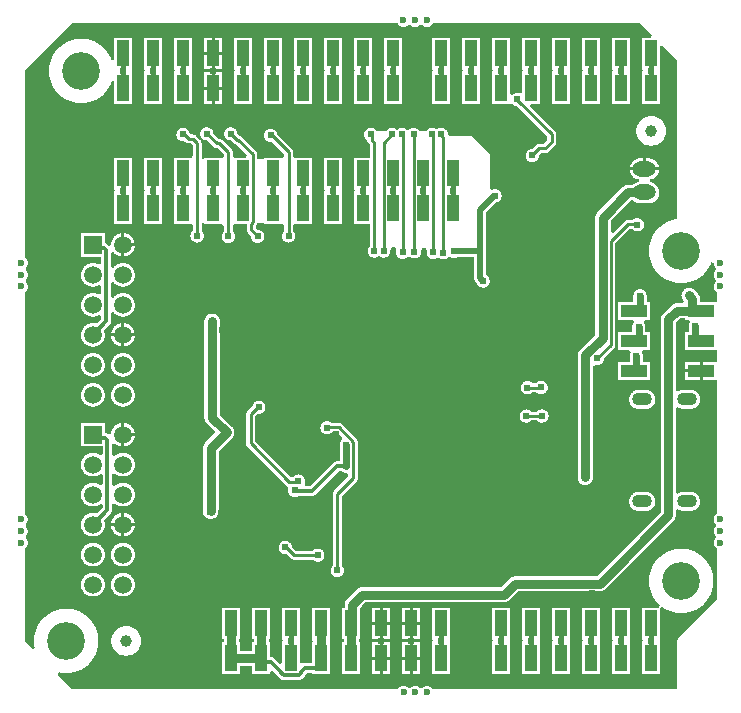
<source format=gbl>
G04*
G04 #@! TF.GenerationSoftware,Altium Limited,Altium Designer,22.6.1 (34)*
G04*
G04 Layer_Physical_Order=4*
G04 Layer_Color=16711680*
%FSLAX24Y24*%
%MOIN*%
G70*
G04*
G04 #@! TF.SameCoordinates,96953D4B-66F2-4494-BDAD-B8F046598AF4*
G04*
G04*
G04 #@! TF.FilePolarity,Positive*
G04*
G01*
G75*
%ADD10C,0.0098*%
%ADD16C,0.0060*%
%ADD18C,0.0118*%
%ADD48R,0.0402X0.0862*%
%ADD95C,0.0591*%
%ADD100C,0.0394*%
%ADD101C,0.0197*%
%ADD103C,0.0236*%
%ADD104C,0.0315*%
%ADD105C,0.0094*%
%ADD106C,0.0300*%
%ADD107C,0.0138*%
%ADD109C,0.0150*%
%ADD111R,0.0591X0.0591*%
%ADD112C,0.0236*%
%ADD113O,0.0669X0.0433*%
%ADD114O,0.0787X0.0512*%
%ADD115C,0.1260*%
%ADD116C,0.0240*%
%ADD117C,0.0197*%
%ADD118C,0.0240*%
%ADD119R,0.0874X0.0402*%
G36*
X21034Y21905D02*
X21003Y21831D01*
X20699D01*
Y20769D01*
X20703D01*
X20718Y20753D01*
Y20751D01*
X20699Y20678D01*
X20699D01*
Y19615D01*
X21301D01*
Y20678D01*
X21301D01*
X21282Y20751D01*
Y20753D01*
X21297Y20769D01*
X21301D01*
Y21534D01*
X21375Y21564D01*
X21870Y21069D01*
Y16623D01*
X21870Y16618D01*
Y15790D01*
X21832Y15785D01*
X21776Y15775D01*
X21722Y15762D01*
X21668Y15746D01*
X21615Y15727D01*
X21563Y15706D01*
X21512Y15681D01*
X21462Y15654D01*
X21414Y15625D01*
X21368Y15593D01*
X21323Y15559D01*
X21281Y15522D01*
X21240Y15484D01*
X21201Y15443D01*
X21164Y15400D01*
X21130Y15355D01*
X21098Y15309D01*
X21069Y15261D01*
X21042Y15211D01*
X21018Y15161D01*
X20996Y15109D01*
X20977Y15055D01*
X20961Y15002D01*
X20948Y14947D01*
X20938Y14891D01*
X20931Y14836D01*
X20926Y14779D01*
X20925Y14723D01*
X20926Y14667D01*
X20931Y14611D01*
X20938Y14555D01*
X20948Y14500D01*
X20961Y14445D01*
X20977Y14391D01*
X20996Y14338D01*
X21018Y14286D01*
X21042Y14235D01*
X21069Y14186D01*
X21098Y14138D01*
X21130Y14091D01*
X21164Y14047D01*
X21201Y14004D01*
X21240Y13963D01*
X21281Y13924D01*
X21323Y13888D01*
X21368Y13853D01*
X21414Y13821D01*
X21462Y13792D01*
X21512Y13765D01*
X21563Y13741D01*
X21615Y13719D01*
X21668Y13701D01*
X21722Y13685D01*
X21776Y13671D01*
X21832Y13661D01*
X21888Y13654D01*
X21944Y13649D01*
X22000Y13648D01*
X22056Y13649D01*
X22112Y13654D01*
X22168Y13661D01*
X22224Y13671D01*
X22278Y13685D01*
X22332Y13701D01*
X22385Y13719D01*
X22437Y13741D01*
X22488Y13765D01*
X22538Y13792D01*
X22586Y13821D01*
X22632Y13853D01*
X22677Y13888D01*
X22719Y13924D01*
X22760Y13963D01*
X22799Y14004D01*
X22836Y14047D01*
X22870Y14091D01*
X22902Y14138D01*
X22931Y14186D01*
X22958Y14235D01*
X22982Y14286D01*
X23004Y14338D01*
X23082Y14320D01*
X23083Y14296D01*
X23087Y14272D01*
X23094Y14248D01*
X23103Y14226D01*
X23115Y14204D01*
X23129Y14184D01*
X23138Y14174D01*
X23146Y14153D01*
Y14095D01*
X23138Y14073D01*
X23129Y14063D01*
X23115Y14043D01*
X23103Y14022D01*
X23094Y13999D01*
X23087Y13975D01*
X23083Y13951D01*
X23082Y13927D01*
X23083Y13902D01*
X23087Y13878D01*
X23094Y13855D01*
X23103Y13832D01*
X23115Y13811D01*
X23129Y13791D01*
X23138Y13780D01*
X23146Y13759D01*
Y13701D01*
X23138Y13680D01*
X23129Y13669D01*
X23115Y13649D01*
X23103Y13628D01*
X23094Y13605D01*
X23087Y13582D01*
X23083Y13557D01*
X23082Y13533D01*
X23083Y13509D01*
X23087Y13484D01*
X23094Y13461D01*
X23103Y13438D01*
X23115Y13417D01*
X23129Y13397D01*
X23146Y13379D01*
X23164Y13362D01*
X23177Y13353D01*
Y13024D01*
X22626D01*
Y13126D01*
X22624Y13154D01*
X22619Y13181D01*
X22612Y13208D01*
X22601Y13234D01*
X22587Y13259D01*
X22571Y13282D01*
X22552Y13303D01*
X22437Y13418D01*
X22416Y13437D01*
X22393Y13453D01*
X22368Y13467D01*
X22343Y13477D01*
X22316Y13485D01*
X22288Y13490D01*
X22260Y13491D01*
X22232Y13490D01*
X22204Y13485D01*
X22177Y13477D01*
X22151Y13467D01*
X22127Y13453D01*
X22104Y13437D01*
X22083Y13418D01*
X22064Y13397D01*
X22048Y13374D01*
X22034Y13350D01*
X22023Y13324D01*
X22016Y13297D01*
X22011Y13269D01*
X22009Y13241D01*
X22011Y13213D01*
X22016Y13185D01*
X22023Y13158D01*
X22034Y13132D01*
X22048Y13108D01*
X22064Y13085D01*
X22083Y13064D01*
X22093Y13054D01*
X22060Y12974D01*
X21855D01*
X21827Y12972D01*
X21799Y12967D01*
X21772Y12960D01*
X21746Y12949D01*
X21722Y12935D01*
X21699Y12919D01*
X21678Y12900D01*
X21388Y12611D01*
X21370Y12590D01*
X21353Y12567D01*
X21340Y12542D01*
X21329Y12516D01*
X21321Y12489D01*
X21317Y12462D01*
X21315Y12434D01*
Y6006D01*
X19188Y3880D01*
X16467D01*
X16439Y3878D01*
X16411Y3873D01*
X16384Y3865D01*
X16358Y3855D01*
X16334Y3841D01*
X16311Y3825D01*
X16290Y3806D01*
X15995Y3511D01*
X11364D01*
X11336Y3509D01*
X11308Y3505D01*
X11281Y3497D01*
X11256Y3486D01*
X11231Y3473D01*
X11208Y3456D01*
X11187Y3438D01*
X10859Y3109D01*
X10840Y3088D01*
X10824Y3066D01*
X10810Y3041D01*
X10800Y3015D01*
X10792Y2988D01*
X10787Y2960D01*
X10786Y2932D01*
Y2831D01*
X10699D01*
Y1769D01*
X10750D01*
Y1678D01*
X10699D01*
Y615D01*
X11301D01*
Y1678D01*
X11250D01*
Y1769D01*
X11301D01*
Y2831D01*
X11301Y2831D01*
X11301D01*
X11347Y2889D01*
X11468Y3010D01*
X16098D01*
X16126Y3012D01*
X16154Y3017D01*
X16181Y3024D01*
X16207Y3035D01*
X16232Y3049D01*
X16255Y3065D01*
X16275Y3084D01*
X16571Y3379D01*
X19292D01*
X19320Y3380D01*
X19347Y3385D01*
X19374Y3393D01*
X19400Y3404D01*
X19425Y3417D01*
X19448Y3433D01*
X19469Y3452D01*
X21742Y5726D01*
X21761Y5747D01*
X21777Y5770D01*
X21791Y5794D01*
X21802Y5820D01*
X21809Y5847D01*
X21814Y5875D01*
X21816Y5903D01*
Y6076D01*
X21839Y6095D01*
X21896Y6114D01*
X21903Y6109D01*
X21929Y6093D01*
X21957Y6080D01*
X21987Y6070D01*
X22017Y6062D01*
X22048Y6057D01*
X22079Y6056D01*
X22315D01*
X22346Y6057D01*
X22377Y6062D01*
X22407Y6070D01*
X22436Y6080D01*
X22464Y6093D01*
X22491Y6109D01*
X22516Y6128D01*
X22539Y6149D01*
X22560Y6172D01*
X22578Y6197D01*
X22594Y6223D01*
X22608Y6252D01*
X22618Y6281D01*
X22626Y6311D01*
X22630Y6342D01*
X22632Y6373D01*
X22630Y6404D01*
X22626Y6435D01*
X22618Y6465D01*
X22608Y6494D01*
X22594Y6522D01*
X22578Y6549D01*
X22560Y6574D01*
X22539Y6597D01*
X22516Y6618D01*
X22491Y6636D01*
X22464Y6652D01*
X22436Y6666D01*
X22407Y6676D01*
X22377Y6684D01*
X22346Y6688D01*
X22315Y6690D01*
X22079D01*
X22048Y6688D01*
X22017Y6684D01*
X21987Y6676D01*
X21957Y6666D01*
X21929Y6652D01*
X21903Y6636D01*
X21896Y6631D01*
X21839Y6651D01*
X21816Y6670D01*
Y9478D01*
X21839Y9497D01*
X21896Y9516D01*
X21903Y9511D01*
X21929Y9495D01*
X21957Y9482D01*
X21987Y9471D01*
X22017Y9464D01*
X22048Y9459D01*
X22079Y9457D01*
X22315D01*
X22346Y9459D01*
X22377Y9464D01*
X22407Y9471D01*
X22436Y9482D01*
X22464Y9495D01*
X22491Y9511D01*
X22516Y9529D01*
X22539Y9550D01*
X22560Y9573D01*
X22578Y9598D01*
X22594Y9625D01*
X22608Y9653D01*
X22618Y9682D01*
X22626Y9713D01*
X22630Y9743D01*
X22632Y9774D01*
X22630Y9805D01*
X22626Y9836D01*
X22618Y9866D01*
X22608Y9896D01*
X22594Y9924D01*
X22578Y9950D01*
X22560Y9975D01*
X22539Y9998D01*
X22516Y10019D01*
X22491Y10038D01*
X22464Y10054D01*
X22436Y10067D01*
X22407Y10078D01*
X22377Y10085D01*
X22346Y10090D01*
X22315Y10091D01*
X22079D01*
X22048Y10090D01*
X22017Y10085D01*
X21987Y10078D01*
X21957Y10067D01*
X21929Y10054D01*
X21903Y10038D01*
X21896Y10033D01*
X21839Y10052D01*
X21816Y10071D01*
Y12330D01*
X21959Y12473D01*
X22125D01*
Y12422D01*
X22257D01*
X22268Y12411D01*
X22290Y12354D01*
X22292Y12342D01*
X22280Y12325D01*
X22268Y12303D01*
X22258Y12280D01*
X22252Y12257D01*
X22247Y12232D01*
X22246Y12207D01*
X22247Y12183D01*
X22248Y12179D01*
Y12024D01*
X22125D01*
Y11422D01*
X23177D01*
Y11024D01*
X22712D01*
Y10723D01*
Y10422D01*
X23177D01*
Y5956D01*
X23164Y5946D01*
X23146Y5930D01*
X23129Y5912D01*
X23115Y5892D01*
X23103Y5870D01*
X23094Y5848D01*
X23087Y5824D01*
X23083Y5800D01*
X23082Y5776D01*
X23083Y5751D01*
X23087Y5727D01*
X23094Y5703D01*
X23103Y5681D01*
X23115Y5659D01*
X23129Y5639D01*
X23138Y5629D01*
X23146Y5608D01*
Y5550D01*
X23138Y5528D01*
X23129Y5518D01*
X23115Y5498D01*
X23103Y5477D01*
X23094Y5454D01*
X23087Y5430D01*
X23083Y5406D01*
X23082Y5382D01*
X23083Y5357D01*
X23087Y5333D01*
X23094Y5310D01*
X23103Y5287D01*
X23115Y5266D01*
X23129Y5246D01*
X23138Y5235D01*
X23146Y5214D01*
Y5156D01*
X23138Y5135D01*
X23129Y5124D01*
X23115Y5104D01*
X23103Y5083D01*
X23094Y5060D01*
X23087Y5037D01*
X23083Y5013D01*
X23082Y4988D01*
X23083Y4964D01*
X23087Y4940D01*
X23094Y4916D01*
X23103Y4893D01*
X23115Y4872D01*
X23129Y4852D01*
X23146Y4834D01*
X23164Y4817D01*
X23177Y4808D01*
Y3084D01*
X21908Y1815D01*
X21897Y1803D01*
X21887Y1788D01*
X21880Y1773D01*
X21874Y1757D01*
X21871Y1740D01*
X21870Y1723D01*
Y130D01*
X13708D01*
X13704Y136D01*
X13688Y154D01*
X13670Y171D01*
X13650Y185D01*
X13628Y197D01*
X13606Y206D01*
X13582Y213D01*
X13558Y217D01*
X13533Y218D01*
X13509Y217D01*
X13485Y213D01*
X13461Y206D01*
X13439Y197D01*
X13417Y185D01*
X13397Y171D01*
X13384Y159D01*
X13369Y154D01*
X13304D01*
X13289Y159D01*
X13276Y171D01*
X13256Y185D01*
X13235Y197D01*
X13212Y206D01*
X13188Y213D01*
X13164Y217D01*
X13140Y218D01*
X13115Y217D01*
X13091Y213D01*
X13068Y206D01*
X13045Y197D01*
X13024Y185D01*
X13004Y171D01*
X12990Y159D01*
X12976Y154D01*
X12910D01*
X12895Y159D01*
X12882Y171D01*
X12862Y185D01*
X12841Y197D01*
X12818Y206D01*
X12795Y213D01*
X12771Y217D01*
X12746Y218D01*
X12722Y217D01*
X12697Y213D01*
X12674Y206D01*
X12651Y197D01*
X12630Y185D01*
X12610Y171D01*
X12592Y154D01*
X12575Y136D01*
X12571Y130D01*
X1707D01*
X1239Y598D01*
X1274Y667D01*
X1280Y671D01*
X1332Y661D01*
X1388Y654D01*
X1444Y649D01*
X1500Y648D01*
X1556Y649D01*
X1612Y654D01*
X1668Y661D01*
X1724Y671D01*
X1778Y685D01*
X1832Y701D01*
X1885Y719D01*
X1937Y741D01*
X1988Y765D01*
X2038Y792D01*
X2086Y821D01*
X2132Y853D01*
X2177Y888D01*
X2219Y924D01*
X2260Y963D01*
X2299Y1004D01*
X2336Y1047D01*
X2370Y1091D01*
X2402Y1138D01*
X2431Y1186D01*
X2458Y1235D01*
X2482Y1286D01*
X2504Y1338D01*
X2523Y1391D01*
X2539Y1445D01*
X2552Y1500D01*
X2562Y1555D01*
X2569Y1611D01*
X2574Y1667D01*
X2575Y1723D01*
X2574Y1779D01*
X2569Y1836D01*
X2562Y1891D01*
X2552Y1947D01*
X2539Y2002D01*
X2523Y2055D01*
X2504Y2109D01*
X2482Y2161D01*
X2458Y2211D01*
X2431Y2261D01*
X2402Y2309D01*
X2370Y2355D01*
X2336Y2400D01*
X2299Y2443D01*
X2260Y2484D01*
X2219Y2522D01*
X2177Y2559D01*
X2132Y2593D01*
X2086Y2625D01*
X2038Y2654D01*
X1988Y2681D01*
X1937Y2706D01*
X1885Y2727D01*
X1832Y2746D01*
X1778Y2762D01*
X1724Y2775D01*
X1668Y2785D01*
X1612Y2793D01*
X1556Y2797D01*
X1500Y2798D01*
X1444Y2797D01*
X1388Y2793D01*
X1332Y2785D01*
X1276Y2775D01*
X1222Y2762D01*
X1168Y2746D01*
X1115Y2727D01*
X1063Y2706D01*
X1012Y2681D01*
X962Y2654D01*
X914Y2625D01*
X868Y2593D01*
X823Y2559D01*
X781Y2522D01*
X740Y2484D01*
X701Y2443D01*
X664Y2400D01*
X630Y2355D01*
X598Y2309D01*
X569Y2261D01*
X542Y2211D01*
X518Y2161D01*
X496Y2109D01*
X477Y2055D01*
X461Y2002D01*
X448Y1947D01*
X438Y1891D01*
X431Y1836D01*
X426Y1779D01*
X425Y1723D01*
X426Y1667D01*
X431Y1611D01*
X438Y1555D01*
X448Y1503D01*
X444Y1497D01*
X375Y1463D01*
X130Y1707D01*
Y4813D01*
X136Y4817D01*
X154Y4834D01*
X171Y4852D01*
X185Y4872D01*
X197Y4893D01*
X206Y4916D01*
X213Y4940D01*
X217Y4964D01*
X218Y4988D01*
X217Y5013D01*
X213Y5037D01*
X206Y5060D01*
X197Y5083D01*
X185Y5104D01*
X171Y5124D01*
X159Y5138D01*
X154Y5152D01*
Y5218D01*
X159Y5232D01*
X171Y5246D01*
X185Y5266D01*
X197Y5287D01*
X206Y5310D01*
X213Y5333D01*
X217Y5357D01*
X218Y5382D01*
X217Y5406D01*
X213Y5430D01*
X206Y5454D01*
X197Y5477D01*
X185Y5498D01*
X171Y5518D01*
X159Y5531D01*
X154Y5546D01*
Y5612D01*
X159Y5626D01*
X171Y5639D01*
X185Y5659D01*
X197Y5681D01*
X206Y5703D01*
X213Y5727D01*
X217Y5751D01*
X218Y5776D01*
X217Y5800D01*
X213Y5824D01*
X206Y5848D01*
X197Y5870D01*
X185Y5892D01*
X171Y5912D01*
X154Y5930D01*
X136Y5946D01*
X130Y5951D01*
Y13358D01*
X136Y13362D01*
X154Y13379D01*
X171Y13397D01*
X185Y13417D01*
X197Y13438D01*
X206Y13461D01*
X213Y13484D01*
X217Y13509D01*
X218Y13533D01*
X217Y13558D01*
X213Y13582D01*
X206Y13605D01*
X197Y13628D01*
X185Y13649D01*
X171Y13669D01*
X159Y13682D01*
X154Y13697D01*
Y13763D01*
X159Y13777D01*
X171Y13791D01*
X185Y13811D01*
X197Y13832D01*
X206Y13855D01*
X213Y13878D01*
X217Y13902D01*
X218Y13927D01*
X217Y13951D01*
X213Y13975D01*
X206Y13999D01*
X197Y14022D01*
X185Y14043D01*
X171Y14063D01*
X159Y14076D01*
X154Y14091D01*
Y14157D01*
X159Y14171D01*
X171Y14184D01*
X185Y14204D01*
X197Y14226D01*
X206Y14248D01*
X213Y14272D01*
X217Y14296D01*
X218Y14320D01*
X217Y14345D01*
X213Y14369D01*
X206Y14393D01*
X197Y14415D01*
X185Y14437D01*
X171Y14457D01*
X154Y14475D01*
X136Y14491D01*
X130Y14495D01*
Y20739D01*
X1692Y22301D01*
X12551D01*
X12558Y22287D01*
X12573Y22267D01*
X12589Y22249D01*
X12607Y22233D01*
X12627Y22218D01*
X12649Y22207D01*
X12671Y22197D01*
X12695Y22190D01*
X12719Y22186D01*
X12743Y22185D01*
X12768Y22186D01*
X12792Y22190D01*
X12815Y22197D01*
X12838Y22207D01*
X12860Y22218D01*
X12880Y22233D01*
X12888Y22240D01*
X12914Y22249D01*
X12967D01*
X12993Y22240D01*
X13001Y22233D01*
X13021Y22218D01*
X13042Y22207D01*
X13065Y22197D01*
X13088Y22190D01*
X13113Y22186D01*
X13137Y22185D01*
X13161Y22186D01*
X13186Y22190D01*
X13209Y22197D01*
X13232Y22207D01*
X13253Y22218D01*
X13273Y22233D01*
X13281Y22240D01*
X13307Y22249D01*
X13360D01*
X13386Y22240D01*
X13395Y22233D01*
X13414Y22218D01*
X13436Y22207D01*
X13459Y22197D01*
X13482Y22190D01*
X13506Y22186D01*
X13531Y22185D01*
X13555Y22186D01*
X13579Y22190D01*
X13603Y22197D01*
X13626Y22207D01*
X13647Y22218D01*
X13667Y22233D01*
X13685Y22249D01*
X13702Y22267D01*
X13716Y22287D01*
X13723Y22301D01*
X20638D01*
X21034Y21905D01*
D02*
G37*
%LPC*%
G36*
X6701Y21831D02*
X6450D01*
Y21350D01*
X6701D01*
Y21831D01*
D02*
G37*
G36*
X6350D02*
X6099D01*
Y21350D01*
X6350D01*
Y21831D01*
D02*
G37*
G36*
X3701D02*
X3099D01*
Y21078D01*
X3023Y21055D01*
X3004Y21109D01*
X2982Y21161D01*
X2958Y21211D01*
X2931Y21261D01*
X2902Y21309D01*
X2870Y21355D01*
X2836Y21400D01*
X2799Y21443D01*
X2760Y21484D01*
X2719Y21522D01*
X2677Y21559D01*
X2632Y21593D01*
X2586Y21625D01*
X2538Y21654D01*
X2488Y21681D01*
X2437Y21706D01*
X2385Y21727D01*
X2332Y21746D01*
X2278Y21762D01*
X2224Y21775D01*
X2168Y21785D01*
X2112Y21793D01*
X2056Y21797D01*
X2000Y21798D01*
X1944Y21797D01*
X1888Y21793D01*
X1832Y21785D01*
X1776Y21775D01*
X1722Y21762D01*
X1668Y21746D01*
X1615Y21727D01*
X1563Y21706D01*
X1512Y21681D01*
X1462Y21654D01*
X1414Y21625D01*
X1368Y21593D01*
X1323Y21559D01*
X1281Y21522D01*
X1240Y21484D01*
X1201Y21443D01*
X1164Y21400D01*
X1130Y21355D01*
X1098Y21309D01*
X1069Y21261D01*
X1042Y21211D01*
X1018Y21161D01*
X996Y21109D01*
X977Y21055D01*
X961Y21002D01*
X948Y20947D01*
X938Y20891D01*
X931Y20836D01*
X926Y20780D01*
X925Y20723D01*
X926Y20667D01*
X931Y20611D01*
X938Y20555D01*
X948Y20500D01*
X961Y20445D01*
X977Y20391D01*
X996Y20338D01*
X1018Y20286D01*
X1042Y20235D01*
X1069Y20186D01*
X1098Y20138D01*
X1130Y20091D01*
X1164Y20047D01*
X1201Y20004D01*
X1240Y19963D01*
X1281Y19924D01*
X1323Y19888D01*
X1368Y19853D01*
X1414Y19821D01*
X1462Y19792D01*
X1512Y19765D01*
X1563Y19741D01*
X1615Y19719D01*
X1668Y19701D01*
X1722Y19685D01*
X1776Y19671D01*
X1832Y19661D01*
X1888Y19654D01*
X1944Y19649D01*
X2000Y19648D01*
X2056Y19649D01*
X2112Y19654D01*
X2168Y19661D01*
X2224Y19671D01*
X2278Y19685D01*
X2332Y19701D01*
X2385Y19719D01*
X2437Y19741D01*
X2488Y19765D01*
X2538Y19792D01*
X2586Y19821D01*
X2632Y19853D01*
X2677Y19888D01*
X2719Y19924D01*
X2760Y19963D01*
X2799Y20004D01*
X2836Y20047D01*
X2870Y20091D01*
X2902Y20138D01*
X2931Y20186D01*
X2958Y20235D01*
X2982Y20286D01*
X3004Y20338D01*
X3023Y20391D01*
X3099Y20368D01*
Y19615D01*
X3701D01*
Y20678D01*
X3701D01*
X3682Y20751D01*
Y20753D01*
X3697Y20769D01*
X3701D01*
Y21831D01*
D02*
G37*
G36*
X6701Y21250D02*
X6450D01*
Y20769D01*
X6701D01*
Y21250D01*
D02*
G37*
G36*
X6350D02*
X6099D01*
Y20769D01*
X6350D01*
Y21250D01*
D02*
G37*
G36*
X6701Y20678D02*
X6450D01*
Y20196D01*
X6701D01*
Y20678D01*
D02*
G37*
G36*
X6350D02*
X6099D01*
Y20196D01*
X6350D01*
Y20678D01*
D02*
G37*
G36*
X17301Y21831D02*
X16699D01*
Y20769D01*
X16703D01*
X16718Y20753D01*
Y20751D01*
X16699Y20678D01*
X16699D01*
Y20015D01*
X16688Y20002D01*
X16653Y19981D01*
X16619Y19968D01*
X16604Y19975D01*
X16581Y19981D01*
X16556Y19986D01*
X16531Y19987D01*
X16507Y19986D01*
X16482Y19981D01*
X16459Y19975D01*
X16436Y19965D01*
X16414Y19953D01*
X16394Y19939D01*
X16381Y19927D01*
X16361Y19930D01*
X16301Y19959D01*
Y20678D01*
X16301D01*
X16282Y20751D01*
Y20753D01*
X16297Y20769D01*
X16301D01*
Y21831D01*
X15699D01*
Y20769D01*
X15703D01*
X15718Y20753D01*
Y20751D01*
X15699Y20678D01*
X15699D01*
Y19615D01*
X16272D01*
X16299Y19615D01*
X16305Y19615D01*
X16378Y19609D01*
X16394Y19594D01*
X16414Y19580D01*
X16436Y19568D01*
X16459Y19558D01*
X16482Y19552D01*
X16507Y19547D01*
X16531Y19546D01*
X16540Y19547D01*
X17534Y18553D01*
Y18409D01*
X17411Y18287D01*
X17269D01*
X17249Y18286D01*
X17230Y18282D01*
X17212Y18275D01*
X17194Y18267D01*
X17178Y18256D01*
X17163Y18243D01*
X17040Y18120D01*
X17032Y18121D01*
X17007Y18119D01*
X16983Y18115D01*
X16959Y18108D01*
X16936Y18099D01*
X16914Y18087D01*
X16894Y18073D01*
X16876Y18056D01*
X16859Y18038D01*
X16845Y18018D01*
X16833Y17996D01*
X16824Y17973D01*
X16817Y17949D01*
X16813Y17925D01*
X16811Y17900D01*
X16813Y17876D01*
X16817Y17851D01*
X16824Y17827D01*
X16833Y17805D01*
X16845Y17783D01*
X16859Y17763D01*
X16876Y17744D01*
X16894Y17728D01*
X16914Y17714D01*
X16936Y17702D01*
X16959Y17692D01*
X16983Y17685D01*
X17007Y17681D01*
X17032Y17680D01*
X17056Y17681D01*
X17081Y17685D01*
X17105Y17692D01*
X17127Y17702D01*
X17149Y17714D01*
X17169Y17728D01*
X17188Y17744D01*
X17204Y17763D01*
X17218Y17783D01*
X17230Y17805D01*
X17240Y17827D01*
X17247Y17851D01*
X17251Y17876D01*
X17252Y17900D01*
X17252Y17909D01*
X17331Y17988D01*
X17473D01*
X17493Y17989D01*
X17512Y17993D01*
X17530Y17999D01*
X17548Y18008D01*
X17564Y18019D01*
X17579Y18032D01*
X17789Y18242D01*
X17802Y18256D01*
X17813Y18273D01*
X17821Y18290D01*
X17828Y18309D01*
X17831Y18328D01*
X17833Y18347D01*
Y18615D01*
X17831Y18634D01*
X17828Y18654D01*
X17821Y18672D01*
X17813Y18690D01*
X17802Y18706D01*
X17789Y18721D01*
X16968Y19541D01*
X16999Y19615D01*
X17301D01*
Y20678D01*
X17301D01*
X17282Y20751D01*
Y20753D01*
X17297Y20769D01*
X17301D01*
Y21831D01*
D02*
G37*
G36*
X20301D02*
X19699D01*
Y20769D01*
X19703D01*
X19718Y20753D01*
Y20751D01*
X19699Y20678D01*
X19699D01*
Y19615D01*
X20301D01*
Y20678D01*
X20301D01*
X20282Y20751D01*
Y20753D01*
X20297Y20769D01*
X20301D01*
Y21831D01*
D02*
G37*
G36*
X19301D02*
X18699D01*
Y20769D01*
X18703D01*
X18718Y20753D01*
Y20751D01*
X18699Y20678D01*
X18699D01*
Y19615D01*
X19301D01*
Y20678D01*
X19301D01*
X19282Y20751D01*
Y20753D01*
X19297Y20769D01*
X19301D01*
Y21831D01*
D02*
G37*
G36*
X18301D02*
X17699D01*
Y20769D01*
X17703D01*
X17718Y20753D01*
Y20751D01*
X17699Y20678D01*
X17699D01*
Y19615D01*
X18301D01*
Y20678D01*
X18301D01*
X18282Y20751D01*
Y20753D01*
X18297Y20769D01*
X18301D01*
Y21831D01*
D02*
G37*
G36*
X15301D02*
X14699D01*
Y20769D01*
X14703D01*
X14718Y20753D01*
Y20751D01*
X14699Y20678D01*
X14699D01*
Y19615D01*
X15301D01*
Y20678D01*
X15301D01*
X15282Y20751D01*
Y20753D01*
X15297Y20769D01*
X15301D01*
Y21831D01*
D02*
G37*
G36*
X14301D02*
X13699D01*
Y20769D01*
X13703D01*
X13718Y20753D01*
Y20751D01*
X13699Y20678D01*
X13699D01*
Y19615D01*
X14301D01*
Y20678D01*
X14301D01*
X14282Y20751D01*
Y20753D01*
X14297Y20769D01*
X14301D01*
Y21831D01*
D02*
G37*
G36*
X12701D02*
X12099D01*
Y20769D01*
X12103D01*
X12118Y20753D01*
Y20751D01*
X12099Y20678D01*
X12099D01*
Y19615D01*
X12701D01*
Y20678D01*
X12701D01*
X12682Y20751D01*
Y20753D01*
X12697Y20769D01*
X12701D01*
Y21831D01*
D02*
G37*
G36*
X11701D02*
X11099D01*
Y20769D01*
X11103D01*
X11118Y20753D01*
Y20751D01*
X11099Y20678D01*
X11099D01*
Y19615D01*
X11701D01*
Y20678D01*
X11701D01*
X11682Y20751D01*
Y20753D01*
X11697Y20769D01*
X11701D01*
Y21831D01*
D02*
G37*
G36*
X10701D02*
X10099D01*
Y20769D01*
X10103D01*
X10118Y20753D01*
Y20751D01*
X10099Y20678D01*
X10099D01*
Y19615D01*
X10701D01*
Y20678D01*
X10701D01*
X10682Y20751D01*
Y20753D01*
X10697Y20769D01*
X10701D01*
Y21831D01*
D02*
G37*
G36*
X9701D02*
X9099D01*
Y20769D01*
X9103D01*
X9118Y20753D01*
Y20751D01*
X9099Y20678D01*
X9099D01*
Y19615D01*
X9701D01*
Y20678D01*
X9701D01*
X9682Y20751D01*
Y20753D01*
X9697Y20769D01*
X9701D01*
Y21831D01*
D02*
G37*
G36*
X8701D02*
X8099D01*
Y20769D01*
X8103D01*
X8118Y20753D01*
Y20751D01*
X8099Y20678D01*
X8099D01*
Y19615D01*
X8701D01*
Y20678D01*
X8701D01*
X8682Y20751D01*
Y20753D01*
X8697Y20769D01*
X8701D01*
Y21831D01*
D02*
G37*
G36*
X7701D02*
X7099D01*
Y20769D01*
X7103D01*
X7118Y20753D01*
Y20751D01*
X7099Y20678D01*
X7099D01*
Y19615D01*
X7701D01*
Y20678D01*
X7701D01*
X7682Y20751D01*
Y20753D01*
X7697Y20769D01*
X7701D01*
Y21831D01*
D02*
G37*
G36*
X6701Y20096D02*
X6450D01*
Y19615D01*
X6701D01*
Y20096D01*
D02*
G37*
G36*
X6350D02*
X6099D01*
Y19615D01*
X6350D01*
Y20096D01*
D02*
G37*
G36*
X5701Y21831D02*
X5099D01*
Y20769D01*
X5103D01*
X5118Y20753D01*
Y20751D01*
X5099Y20678D01*
X5099D01*
Y19615D01*
X5701D01*
Y20678D01*
X5701D01*
X5682Y20751D01*
Y20753D01*
X5697Y20769D01*
X5701D01*
Y21831D01*
D02*
G37*
G36*
X4701D02*
X4099D01*
Y20769D01*
X4103D01*
X4118Y20753D01*
Y20751D01*
X4099Y20678D01*
X4099D01*
Y19615D01*
X4701D01*
Y20678D01*
X4701D01*
X4682Y20751D01*
Y20753D01*
X4697Y20769D01*
X4701D01*
Y21831D01*
D02*
G37*
G36*
X14006Y18823D02*
X13981Y18821D01*
X13957Y18817D01*
X13933Y18810D01*
X13910Y18801D01*
X13889Y18789D01*
X13868Y18775D01*
X13856Y18763D01*
X13843Y18775D01*
X13823Y18789D01*
X13801Y18801D01*
X13779Y18810D01*
X13755Y18817D01*
X13730Y18821D01*
X13706Y18823D01*
X13681Y18821D01*
X13657Y18817D01*
X13633Y18810D01*
X13610Y18801D01*
X13588Y18789D01*
X13568Y18775D01*
X13550Y18758D01*
X13533Y18740D01*
X13520Y18720D01*
X13267D01*
X13253Y18740D01*
X13237Y18758D01*
X13218Y18775D01*
X13198Y18789D01*
X13176Y18801D01*
X13154Y18810D01*
X13130Y18817D01*
X13105Y18821D01*
X13081Y18823D01*
X13056Y18821D01*
X13032Y18817D01*
X13008Y18810D01*
X12985Y18801D01*
X12963Y18789D01*
X12943Y18775D01*
X12911Y18758D01*
X12872D01*
X12840Y18775D01*
X12820Y18789D01*
X12798Y18801D01*
X12776Y18810D01*
X12752Y18817D01*
X12727Y18821D01*
X12703Y18823D01*
X12678Y18821D01*
X12654Y18817D01*
X12630Y18810D01*
X12607Y18801D01*
X12585Y18789D01*
X12565Y18775D01*
X12547Y18758D01*
X12524D01*
X12506Y18775D01*
X12485Y18789D01*
X12464Y18801D01*
X12441Y18810D01*
X12417Y18817D01*
X12393Y18821D01*
X12368Y18823D01*
X12343Y18821D01*
X12319Y18817D01*
X12295Y18810D01*
X12272Y18801D01*
X12251Y18789D01*
X12231Y18775D01*
X12212Y18758D01*
X12196Y18740D01*
X12189Y18730D01*
X11829D01*
X11822Y18740D01*
X11805Y18758D01*
X11787Y18775D01*
X11767Y18789D01*
X11745Y18801D01*
X11722Y18810D01*
X11699Y18817D01*
X11674Y18821D01*
X11650Y18823D01*
X11625Y18821D01*
X11601Y18817D01*
X11577Y18810D01*
X11554Y18801D01*
X11532Y18789D01*
X11512Y18775D01*
X11494Y18758D01*
X11477Y18740D01*
X11463Y18720D01*
X11451Y18698D01*
X11442Y18675D01*
X11435Y18651D01*
X11431Y18627D01*
X11429Y18602D01*
X11431Y18578D01*
X11435Y18553D01*
X11442Y18530D01*
X11451Y18507D01*
X11463Y18485D01*
X11477Y18465D01*
X11494Y18447D01*
X11512Y18430D01*
X11527Y18419D01*
Y18419D01*
X11528Y18399D01*
X11532Y18380D01*
X11539Y18361D01*
X11547Y18344D01*
X11558Y18328D01*
X11571Y18313D01*
X11618Y18266D01*
Y17831D01*
X11103D01*
Y16769D01*
X11106D01*
X11121Y16753D01*
Y16751D01*
X11103Y16678D01*
X11103D01*
Y15615D01*
X11618D01*
Y14879D01*
X11612Y14873D01*
X11595Y14855D01*
X11581Y14835D01*
X11569Y14813D01*
X11560Y14790D01*
X11553Y14766D01*
X11549Y14742D01*
X11547Y14717D01*
X11549Y14693D01*
X11553Y14668D01*
X11560Y14645D01*
X11569Y14622D01*
X11581Y14600D01*
X11595Y14580D01*
X11612Y14561D01*
X11630Y14545D01*
X11650Y14531D01*
X11672Y14519D01*
X11695Y14509D01*
X11719Y14502D01*
X11743Y14498D01*
X11768Y14497D01*
X11792Y14498D01*
X11817Y14502D01*
X11841Y14509D01*
X11863Y14519D01*
X11885Y14531D01*
X11905Y14545D01*
X11924Y14561D01*
X11927D01*
X11945Y14545D01*
X11965Y14531D01*
X11987Y14519D01*
X12010Y14509D01*
X12034Y14502D01*
X12058Y14498D01*
X12083Y14497D01*
X12107Y14498D01*
X12132Y14502D01*
X12155Y14509D01*
X12178Y14519D01*
X12200Y14531D01*
X12220Y14545D01*
X12239Y14561D01*
X12255Y14580D01*
X12269Y14600D01*
X12281Y14622D01*
X12291Y14645D01*
X12298Y14668D01*
X12302Y14693D01*
X12303Y14717D01*
X12302Y14742D01*
X12300Y14753D01*
X12321Y14795D01*
X12343Y14822D01*
X12360Y14833D01*
X12455D01*
X12480Y14808D01*
X12505Y14753D01*
X12505Y14751D01*
X12498Y14727D01*
X12494Y14703D01*
X12492Y14678D01*
X12494Y14653D01*
X12498Y14629D01*
X12505Y14605D01*
X12514Y14582D01*
X12526Y14561D01*
X12540Y14541D01*
X12557Y14522D01*
X12575Y14506D01*
X12595Y14491D01*
X12617Y14479D01*
X12640Y14470D01*
X12664Y14463D01*
X12688Y14459D01*
X12713Y14458D01*
X12737Y14459D01*
X12762Y14463D01*
X12785Y14470D01*
X12808Y14479D01*
X12830Y14491D01*
X12850Y14506D01*
X12861Y14515D01*
X12877Y14523D01*
X12927Y14529D01*
X12965Y14519D01*
X12969Y14515D01*
X12989Y14501D01*
X13011Y14489D01*
X13033Y14480D01*
X13057Y14473D01*
X13082Y14469D01*
X13106Y14467D01*
X13131Y14469D01*
X13155Y14473D01*
X13179Y14480D01*
X13202Y14489D01*
X13224Y14501D01*
X13244Y14515D01*
X13262Y14532D01*
X13279Y14550D01*
X13293Y14571D01*
X13305Y14592D01*
X13314Y14615D01*
X13321Y14639D01*
X13325Y14663D01*
X13327Y14688D01*
X13325Y14712D01*
X13321Y14737D01*
X13319Y14743D01*
X13346Y14796D01*
X13365Y14818D01*
X13375Y14823D01*
X13479D01*
X13504Y14798D01*
X13529Y14743D01*
X13528Y14741D01*
X13521Y14717D01*
X13517Y14693D01*
X13516Y14668D01*
X13517Y14643D01*
X13521Y14619D01*
X13528Y14595D01*
X13538Y14572D01*
X13550Y14551D01*
X13564Y14531D01*
X13580Y14512D01*
X13599Y14496D01*
X13619Y14481D01*
X13641Y14470D01*
X13663Y14460D01*
X13687Y14453D01*
X13712Y14449D01*
X13736Y14448D01*
X13761Y14449D01*
X13785Y14453D01*
X13809Y14460D01*
X13832Y14470D01*
X13853Y14481D01*
X13874Y14496D01*
X13892Y14512D01*
X13924Y14486D01*
X13944Y14472D01*
X13965Y14460D01*
X13988Y14450D01*
X14012Y14443D01*
X14036Y14439D01*
X14061Y14438D01*
X14086Y14439D01*
X14110Y14443D01*
X14134Y14450D01*
X14157Y14460D01*
X14178Y14472D01*
X14198Y14486D01*
X14217Y14502D01*
X14233Y14521D01*
X14269Y14532D01*
X14298Y14521D01*
X14320Y14509D01*
X14343Y14499D01*
X14366Y14493D01*
X14391Y14488D01*
X14415Y14487D01*
X14440Y14488D01*
X14464Y14493D01*
X14488Y14499D01*
X14511Y14509D01*
X15102D01*
Y13823D01*
X15104Y13800D01*
X15107Y13778D01*
X15114Y13757D01*
X15122Y13736D01*
X15133Y13717D01*
X15146Y13699D01*
X15161Y13682D01*
X15183Y13660D01*
X15188Y13644D01*
X15197Y13621D01*
X15209Y13599D01*
X15223Y13579D01*
X15240Y13561D01*
X15258Y13544D01*
X15278Y13530D01*
X15300Y13518D01*
X15323Y13508D01*
X15347Y13502D01*
X15371Y13497D01*
X15396Y13496D01*
X15420Y13497D01*
X15445Y13502D01*
X15469Y13508D01*
X15491Y13518D01*
X15513Y13530D01*
X15533Y13544D01*
X15552Y13561D01*
X15568Y13579D01*
X15582Y13599D01*
X15594Y13621D01*
X15604Y13644D01*
X15611Y13667D01*
X15615Y13692D01*
X15616Y13716D01*
X15615Y13741D01*
X15611Y13765D01*
X15604Y13789D01*
X15594Y13812D01*
X15582Y13834D01*
X15568Y13854D01*
X15552Y13872D01*
X15533Y13889D01*
X15513Y13903D01*
X15500Y13910D01*
Y14698D01*
Y16003D01*
X15839Y16342D01*
X15842Y16343D01*
X15866Y16350D01*
X15889Y16359D01*
X15911Y16371D01*
X15931Y16386D01*
X15949Y16402D01*
X15966Y16420D01*
X15980Y16441D01*
X15992Y16462D01*
X16001Y16485D01*
X16008Y16509D01*
X16012Y16533D01*
X16014Y16558D01*
X16012Y16583D01*
X16008Y16607D01*
X16001Y16631D01*
X15992Y16654D01*
X15980Y16675D01*
X15966Y16695D01*
X15949Y16714D01*
X15931Y16730D01*
X15911Y16745D01*
X15889Y16756D01*
X15866Y16766D01*
X15842Y16773D01*
X15818Y16777D01*
X15793Y16778D01*
X15769Y16777D01*
X15744Y16773D01*
X15720Y16766D01*
X15710Y16762D01*
X15667Y16779D01*
X15636Y16801D01*
X15630Y16810D01*
Y17933D01*
X15030Y18533D01*
X14297D01*
X14294Y18534D01*
X14274Y18547D01*
X14227Y18602D01*
X14226Y18611D01*
X14225Y18627D01*
X14221Y18651D01*
X14214Y18675D01*
X14204Y18698D01*
X14193Y18720D01*
X14178Y18740D01*
X14162Y18758D01*
X14143Y18775D01*
X14123Y18789D01*
X14102Y18801D01*
X14079Y18810D01*
X14055Y18817D01*
X14031Y18821D01*
X14006Y18823D01*
D02*
G37*
G36*
X21000Y19219D02*
X20961Y19218D01*
X20922Y19213D01*
X20884Y19206D01*
X20847Y19195D01*
X20810Y19182D01*
X20775Y19165D01*
X20741Y19146D01*
X20708Y19125D01*
X20678Y19100D01*
X20649Y19074D01*
X20623Y19045D01*
X20599Y19015D01*
X20577Y18982D01*
X20558Y18948D01*
X20542Y18913D01*
X20528Y18877D01*
X20518Y18839D01*
X20510Y18801D01*
X20505Y18762D01*
X20504Y18723D01*
X20505Y18684D01*
X20510Y18646D01*
X20518Y18607D01*
X20528Y18570D01*
X20542Y18533D01*
X20558Y18498D01*
X20577Y18464D01*
X20599Y18432D01*
X20623Y18401D01*
X20649Y18372D01*
X20678Y18346D01*
X20708Y18322D01*
X20741Y18300D01*
X20775Y18281D01*
X20810Y18265D01*
X20847Y18251D01*
X20884Y18241D01*
X20922Y18233D01*
X20961Y18229D01*
X21000Y18227D01*
X21039Y18229D01*
X21078Y18233D01*
X21116Y18241D01*
X21153Y18251D01*
X21190Y18265D01*
X21225Y18281D01*
X21259Y18300D01*
X21292Y18322D01*
X21322Y18346D01*
X21351Y18372D01*
X21377Y18401D01*
X21401Y18432D01*
X21423Y18464D01*
X21442Y18498D01*
X21458Y18533D01*
X21472Y18570D01*
X21482Y18607D01*
X21490Y18646D01*
X21495Y18684D01*
X21496Y18723D01*
X21495Y18762D01*
X21490Y18801D01*
X21482Y18839D01*
X21472Y18877D01*
X21458Y18913D01*
X21442Y18948D01*
X21423Y18982D01*
X21401Y19015D01*
X21377Y19045D01*
X21351Y19074D01*
X21322Y19100D01*
X21292Y19125D01*
X21259Y19146D01*
X21225Y19165D01*
X21190Y19182D01*
X21153Y19195D01*
X21116Y19206D01*
X21078Y19213D01*
X21039Y19218D01*
X21000Y19219D01*
D02*
G37*
G36*
X6988Y18842D02*
X6964Y18841D01*
X6939Y18837D01*
X6915Y18830D01*
X6893Y18821D01*
X6871Y18809D01*
X6851Y18794D01*
X6832Y18778D01*
X6816Y18759D01*
X6802Y18739D01*
X6790Y18718D01*
X6780Y18695D01*
X6773Y18671D01*
X6769Y18647D01*
X6768Y18622D01*
X6769Y18597D01*
X6773Y18573D01*
X6780Y18549D01*
X6790Y18526D01*
X6802Y18505D01*
X6816Y18485D01*
X6832Y18466D01*
X6851Y18450D01*
X6871Y18435D01*
X6893Y18423D01*
X6915Y18414D01*
X6939Y18407D01*
X6964Y18403D01*
X6988Y18402D01*
X6997Y18402D01*
X7083Y18316D01*
X7097Y18303D01*
X7114Y18292D01*
X7131Y18284D01*
X7150Y18278D01*
X7169Y18274D01*
X7173Y18273D01*
X7536Y17911D01*
X7503Y17831D01*
X7103D01*
X7055Y17891D01*
Y18005D01*
X7054Y18024D01*
X7050Y18043D01*
X7044Y18062D01*
X7035Y18079D01*
X7024Y18096D01*
X7011Y18110D01*
X6716Y18406D01*
X6701Y18418D01*
X6685Y18429D01*
X6668Y18438D01*
X6649Y18444D01*
X6630Y18448D01*
X6610Y18449D01*
X6575D01*
X6411Y18614D01*
X6411Y18622D01*
X6410Y18647D01*
X6406Y18671D01*
X6399Y18695D01*
X6390Y18718D01*
X6378Y18739D01*
X6363Y18759D01*
X6347Y18778D01*
X6328Y18794D01*
X6308Y18809D01*
X6287Y18821D01*
X6264Y18830D01*
X6240Y18837D01*
X6216Y18841D01*
X6191Y18842D01*
X6166Y18841D01*
X6142Y18837D01*
X6118Y18830D01*
X6095Y18821D01*
X6074Y18809D01*
X6054Y18794D01*
X6035Y18778D01*
X6019Y18759D01*
X6004Y18739D01*
X5992Y18718D01*
X5983Y18695D01*
X5976Y18671D01*
X5972Y18647D01*
X5971Y18622D01*
X5972Y18597D01*
X5976Y18573D01*
X5983Y18549D01*
X5992Y18526D01*
X6004Y18505D01*
X6019Y18485D01*
X6035Y18466D01*
X6054Y18450D01*
X6074Y18435D01*
X6095Y18423D01*
X6118Y18414D01*
X6142Y18407D01*
X6166Y18403D01*
X6191Y18402D01*
X6199Y18402D01*
X6407Y18194D01*
X6422Y18181D01*
X6438Y18170D01*
X6456Y18162D01*
X6474Y18155D01*
X6494Y18152D01*
X6513Y18150D01*
X6548D01*
X6756Y17943D01*
Y17890D01*
X6704Y17831D01*
X6103D01*
Y17770D01*
X6012D01*
Y18310D01*
X6010Y18329D01*
X6007Y18349D01*
X6000Y18367D01*
X5992Y18385D01*
X5981Y18401D01*
X5968Y18416D01*
X5825Y18558D01*
X5811Y18571D01*
X5794Y18582D01*
X5777Y18591D01*
X5758Y18597D01*
X5739Y18601D01*
X5720Y18602D01*
X5644D01*
X5611Y18634D01*
X5609Y18651D01*
X5602Y18675D01*
X5592Y18698D01*
X5580Y18720D01*
X5566Y18740D01*
X5550Y18758D01*
X5531Y18775D01*
X5511Y18789D01*
X5489Y18801D01*
X5466Y18810D01*
X5443Y18817D01*
X5418Y18821D01*
X5394Y18823D01*
X5369Y18821D01*
X5345Y18817D01*
X5321Y18810D01*
X5298Y18801D01*
X5276Y18789D01*
X5256Y18775D01*
X5238Y18758D01*
X5221Y18740D01*
X5207Y18720D01*
X5195Y18698D01*
X5186Y18675D01*
X5179Y18651D01*
X5175Y18627D01*
X5173Y18602D01*
X5175Y18578D01*
X5179Y18553D01*
X5186Y18530D01*
X5195Y18507D01*
X5207Y18485D01*
X5221Y18465D01*
X5238Y18447D01*
X5256Y18430D01*
X5276Y18416D01*
X5298Y18404D01*
X5321Y18394D01*
X5345Y18387D01*
X5369Y18383D01*
X5394Y18382D01*
X5418Y18383D01*
X5437Y18386D01*
X5476Y18347D01*
X5491Y18334D01*
X5507Y18323D01*
X5525Y18314D01*
X5543Y18308D01*
X5563Y18304D01*
X5582Y18303D01*
X5658D01*
X5713Y18248D01*
Y17908D01*
X5704Y17831D01*
X5103D01*
Y16769D01*
X5103D01*
X5118Y16753D01*
Y16751D01*
X5103Y16678D01*
X5103D01*
Y15615D01*
X5704D01*
X5713Y15539D01*
Y15381D01*
X5706Y15375D01*
X5690Y15357D01*
X5676Y15337D01*
X5664Y15315D01*
X5654Y15292D01*
X5647Y15268D01*
X5643Y15244D01*
X5642Y15219D01*
X5643Y15195D01*
X5647Y15170D01*
X5654Y15146D01*
X5664Y15124D01*
X5676Y15102D01*
X5690Y15082D01*
X5706Y15063D01*
X5725Y15047D01*
X5745Y15033D01*
X5767Y15021D01*
X5789Y15011D01*
X5813Y15004D01*
X5838Y15000D01*
X5862Y14999D01*
X5887Y15000D01*
X5911Y15004D01*
X5935Y15011D01*
X5958Y15021D01*
X5979Y15033D01*
X6000Y15047D01*
X6018Y15063D01*
X6035Y15082D01*
X6049Y15102D01*
X6061Y15124D01*
X6070Y15146D01*
X6077Y15170D01*
X6081Y15195D01*
X6083Y15219D01*
X6081Y15244D01*
X6077Y15268D01*
X6070Y15292D01*
X6061Y15315D01*
X6049Y15337D01*
X6035Y15357D01*
X6018Y15375D01*
X6012Y15381D01*
Y15637D01*
X6103D01*
Y15615D01*
X6704D01*
X6756Y15557D01*
Y15361D01*
X6750Y15355D01*
X6733Y15337D01*
X6719Y15317D01*
X6707Y15295D01*
X6697Y15272D01*
X6691Y15249D01*
X6686Y15224D01*
X6685Y15200D01*
X6686Y15175D01*
X6691Y15151D01*
X6697Y15127D01*
X6707Y15104D01*
X6719Y15082D01*
X6733Y15062D01*
X6750Y15044D01*
X6768Y15027D01*
X6788Y15013D01*
X6810Y15001D01*
X6833Y14992D01*
X6856Y14985D01*
X6881Y14981D01*
X6906Y14979D01*
X6930Y14981D01*
X6955Y14985D01*
X6978Y14992D01*
X7001Y15001D01*
X7023Y15013D01*
X7043Y15027D01*
X7061Y15044D01*
X7078Y15062D01*
X7092Y15082D01*
X7104Y15104D01*
X7114Y15127D01*
X7120Y15151D01*
X7125Y15175D01*
X7126Y15200D01*
X7125Y15224D01*
X7120Y15249D01*
X7114Y15272D01*
X7104Y15295D01*
X7092Y15317D01*
X7078Y15337D01*
X7061Y15355D01*
X7055Y15361D01*
Y15555D01*
X7103Y15615D01*
X7514D01*
Y15426D01*
X7515Y15406D01*
X7519Y15387D01*
X7525Y15369D01*
X7534Y15351D01*
X7545Y15335D01*
X7558Y15320D01*
X7660Y15218D01*
X7659Y15209D01*
X7661Y15185D01*
X7665Y15160D01*
X7672Y15137D01*
X7681Y15114D01*
X7693Y15092D01*
X7708Y15072D01*
X7724Y15054D01*
X7742Y15037D01*
X7763Y15023D01*
X7784Y15011D01*
X7807Y15001D01*
X7831Y14995D01*
X7855Y14990D01*
X7880Y14989D01*
X7905Y14990D01*
X7929Y14995D01*
X7953Y15001D01*
X7976Y15011D01*
X7997Y15023D01*
X8017Y15037D01*
X8036Y15054D01*
X8052Y15072D01*
X8067Y15092D01*
X8079Y15114D01*
X8088Y15137D01*
X8095Y15160D01*
X8099Y15185D01*
X8100Y15209D01*
X8099Y15234D01*
X8095Y15258D01*
X8088Y15282D01*
X8079Y15305D01*
X8067Y15327D01*
X8052Y15347D01*
X8036Y15365D01*
X8017Y15382D01*
X7997Y15396D01*
X7976Y15408D01*
X7953Y15417D01*
X7929Y15424D01*
X7905Y15428D01*
X7880Y15430D01*
X7871Y15429D01*
X7813Y15488D01*
Y15558D01*
X7819Y15564D01*
X7832Y15579D01*
X7843Y15595D01*
X7852Y15613D01*
X7858Y15631D01*
X7859Y15637D01*
X8103D01*
Y15615D01*
X8704D01*
X8764Y15566D01*
Y15381D01*
X8758Y15375D01*
X8741Y15357D01*
X8727Y15337D01*
X8715Y15315D01*
X8705Y15292D01*
X8698Y15268D01*
X8694Y15244D01*
X8693Y15219D01*
X8694Y15195D01*
X8698Y15170D01*
X8705Y15146D01*
X8715Y15124D01*
X8727Y15102D01*
X8741Y15082D01*
X8758Y15063D01*
X8776Y15047D01*
X8796Y15033D01*
X8818Y15021D01*
X8841Y15011D01*
X8864Y15004D01*
X8889Y15000D01*
X8913Y14999D01*
X8938Y15000D01*
X8962Y15004D01*
X8986Y15011D01*
X9009Y15021D01*
X9031Y15033D01*
X9051Y15047D01*
X9069Y15063D01*
X9086Y15082D01*
X9100Y15102D01*
X9112Y15124D01*
X9121Y15146D01*
X9128Y15170D01*
X9132Y15195D01*
X9134Y15219D01*
X9132Y15244D01*
X9128Y15268D01*
X9121Y15292D01*
X9112Y15315D01*
X9100Y15337D01*
X9086Y15357D01*
X9069Y15375D01*
X9063Y15381D01*
Y15552D01*
X9103Y15615D01*
X9704D01*
Y16678D01*
X9704D01*
X9682Y16751D01*
Y16753D01*
X9697Y16769D01*
X9704D01*
Y17831D01*
X9103D01*
X9063Y17895D01*
Y18010D01*
X9062Y18030D01*
X9058Y18049D01*
X9052Y18068D01*
X9043Y18085D01*
X9032Y18102D01*
X9019Y18116D01*
X8531Y18604D01*
X8528Y18625D01*
X8521Y18648D01*
X8512Y18671D01*
X8500Y18693D01*
X8485Y18713D01*
X8469Y18731D01*
X8450Y18748D01*
X8430Y18762D01*
X8409Y18774D01*
X8386Y18784D01*
X8362Y18790D01*
X8338Y18795D01*
X8313Y18796D01*
X8288Y18795D01*
X8264Y18790D01*
X8240Y18784D01*
X8217Y18774D01*
X8196Y18762D01*
X8176Y18748D01*
X8157Y18731D01*
X8141Y18713D01*
X8126Y18693D01*
X8114Y18671D01*
X8105Y18648D01*
X8098Y18625D01*
X8094Y18600D01*
X8093Y18576D01*
X8094Y18551D01*
X8098Y18527D01*
X8105Y18503D01*
X8114Y18480D01*
X8126Y18458D01*
X8141Y18438D01*
X8157Y18420D01*
X8176Y18403D01*
X8196Y18389D01*
X8217Y18377D01*
X8240Y18368D01*
X8264Y18361D01*
X8288Y18357D01*
X8313Y18355D01*
X8338Y18357D01*
X8353Y18359D01*
X8757Y17956D01*
X8754Y17873D01*
X8704Y17831D01*
X8103D01*
Y17770D01*
X7863D01*
Y17945D01*
X7862Y17964D01*
X7858Y17983D01*
X7852Y18002D01*
X7843Y18019D01*
X7832Y18036D01*
X7819Y18050D01*
X7342Y18528D01*
X7327Y18541D01*
X7311Y18551D01*
X7294Y18560D01*
X7275Y18566D01*
X7256Y18570D01*
X7251Y18571D01*
X7208Y18614D01*
X7209Y18622D01*
X7207Y18647D01*
X7203Y18671D01*
X7196Y18695D01*
X7187Y18718D01*
X7175Y18739D01*
X7161Y18759D01*
X7144Y18778D01*
X7126Y18794D01*
X7105Y18809D01*
X7084Y18821D01*
X7061Y18830D01*
X7037Y18837D01*
X7013Y18841D01*
X6988Y18842D01*
D02*
G37*
G36*
X20911Y17810D02*
X20824D01*
Y17504D01*
X21264D01*
X21262Y17515D01*
X21256Y17546D01*
X21246Y17575D01*
X21234Y17604D01*
X21220Y17632D01*
X21203Y17658D01*
X21184Y17683D01*
X21163Y17705D01*
X21140Y17726D01*
X21116Y17745D01*
X21090Y17762D01*
X21062Y17776D01*
X21033Y17788D01*
X21004Y17798D01*
X20973Y17804D01*
X20942Y17808D01*
X20911Y17810D01*
D02*
G37*
G36*
X20724D02*
X20636D01*
X20605Y17808D01*
X20574Y17804D01*
X20544Y17798D01*
X20514Y17788D01*
X20485Y17776D01*
X20458Y17762D01*
X20431Y17745D01*
X20407Y17726D01*
X20384Y17705D01*
X20363Y17683D01*
X20344Y17658D01*
X20327Y17632D01*
X20313Y17604D01*
X20301Y17575D01*
X20292Y17546D01*
X20285Y17515D01*
X20283Y17504D01*
X20724D01*
Y17810D01*
D02*
G37*
G36*
X21264Y17404D02*
X20774D01*
X20283D01*
X20285Y17392D01*
X20292Y17361D01*
X20301Y17332D01*
X20313Y17303D01*
X20327Y17275D01*
X20344Y17249D01*
X20363Y17225D01*
X20384Y17202D01*
X20407Y17181D01*
X20431Y17162D01*
X20458Y17145D01*
X20485Y17131D01*
X20514Y17119D01*
X20544Y17109D01*
X20574Y17103D01*
X20593Y17100D01*
Y17019D01*
X20574Y17017D01*
X20544Y17010D01*
X20514Y17001D01*
X20485Y16989D01*
X20458Y16975D01*
X20431Y16958D01*
X20407Y16939D01*
X20390Y16924D01*
X20232D01*
X20207Y16923D01*
X20182Y16919D01*
X20157Y16913D01*
X20134Y16904D01*
X20111Y16893D01*
X20089Y16880D01*
X20069Y16865D01*
X20050Y16848D01*
X19206Y16004D01*
X19189Y15985D01*
X19173Y15965D01*
X19160Y15943D01*
X19150Y15920D01*
X19141Y15896D01*
X19135Y15872D01*
X19131Y15847D01*
X19130Y15822D01*
Y11925D01*
X18623Y11418D01*
X18606Y11399D01*
X18591Y11379D01*
X18578Y11357D01*
X18567Y11334D01*
X18558Y11310D01*
X18552Y11286D01*
X18549Y11261D01*
X18547Y11235D01*
Y10160D01*
Y9206D01*
Y7178D01*
X18549Y7153D01*
X18552Y7128D01*
X18558Y7103D01*
X18567Y7079D01*
X18578Y7056D01*
X18591Y7035D01*
X18606Y7014D01*
X18623Y6996D01*
X18642Y6979D01*
X18662Y6964D01*
X18684Y6951D01*
X18706Y6940D01*
X18730Y6931D01*
X18755Y6925D01*
X18780Y6921D01*
X18805Y6920D01*
X18830Y6921D01*
X18855Y6925D01*
X18880Y6931D01*
X18904Y6940D01*
X18927Y6951D01*
X18948Y6964D01*
X18969Y6979D01*
X18987Y6996D01*
X19004Y7014D01*
X19019Y7035D01*
X19032Y7056D01*
X19043Y7079D01*
X19052Y7103D01*
X19058Y7128D01*
X19062Y7153D01*
X19063Y7178D01*
Y9206D01*
Y10160D01*
Y10872D01*
X19077Y10890D01*
X19130Y10923D01*
X19143Y10925D01*
X19160Y10920D01*
X19184Y10916D01*
X19209Y10914D01*
X19233Y10916D01*
X19258Y10920D01*
X19281Y10927D01*
X19304Y10936D01*
X19326Y10948D01*
X19346Y10962D01*
X19365Y10979D01*
X19381Y10997D01*
X19395Y11017D01*
X19407Y11039D01*
X19417Y11062D01*
X19424Y11086D01*
X19428Y11110D01*
X19429Y11135D01*
X19428Y11146D01*
X19756Y11473D01*
X19769Y11488D01*
X19779Y11504D01*
X19788Y11521D01*
X19794Y11539D01*
X19798Y11558D01*
X19799Y11578D01*
Y14981D01*
X20283Y15465D01*
X20362Y15461D01*
X20365Y15456D01*
X20382Y15437D01*
X20400Y15421D01*
X20420Y15407D01*
X20442Y15395D01*
X20465Y15385D01*
X20488Y15378D01*
X20513Y15374D01*
X20537Y15373D01*
X20562Y15374D01*
X20586Y15378D01*
X20610Y15385D01*
X20633Y15395D01*
X20655Y15407D01*
X20675Y15421D01*
X20693Y15437D01*
X20710Y15456D01*
X20724Y15476D01*
X20736Y15498D01*
X20745Y15520D01*
X20752Y15544D01*
X20756Y15569D01*
X20758Y15593D01*
X20756Y15618D01*
X20752Y15642D01*
X20745Y15666D01*
X20736Y15689D01*
X20724Y15711D01*
X20710Y15731D01*
X20693Y15749D01*
X20675Y15766D01*
X20655Y15780D01*
X20633Y15792D01*
X20610Y15801D01*
X20586Y15808D01*
X20562Y15812D01*
X20537Y15814D01*
X20513Y15812D01*
X20488Y15808D01*
X20465Y15801D01*
X20442Y15792D01*
X20420Y15780D01*
X20400Y15766D01*
X20394Y15761D01*
X20222D01*
X20203Y15759D01*
X20184Y15756D01*
X20166Y15749D01*
X20149Y15741D01*
X20133Y15730D01*
X20118Y15717D01*
X20118Y15717D01*
X19720Y15319D01*
X19646Y15349D01*
Y15715D01*
X20339Y16408D01*
X20390D01*
X20407Y16393D01*
X20431Y16374D01*
X20458Y16358D01*
X20485Y16343D01*
X20514Y16331D01*
X20544Y16322D01*
X20574Y16315D01*
X20605Y16311D01*
X20636Y16310D01*
X20911D01*
X20942Y16311D01*
X20973Y16315D01*
X21004Y16322D01*
X21033Y16331D01*
X21062Y16343D01*
X21090Y16358D01*
X21116Y16374D01*
X21140Y16393D01*
X21163Y16414D01*
X21184Y16437D01*
X21203Y16462D01*
X21220Y16488D01*
X21234Y16516D01*
X21246Y16544D01*
X21256Y16574D01*
X21262Y16604D01*
X21266Y16635D01*
X21268Y16666D01*
X21266Y16697D01*
X21262Y16728D01*
X21256Y16758D01*
X21246Y16788D01*
X21234Y16817D01*
X21220Y16844D01*
X21203Y16870D01*
X21184Y16895D01*
X21163Y16918D01*
X21140Y16939D01*
X21116Y16958D01*
X21090Y16975D01*
X21062Y16989D01*
X21033Y17001D01*
X21004Y17010D01*
X20973Y17017D01*
X20954Y17019D01*
Y17100D01*
X20973Y17103D01*
X21004Y17109D01*
X21033Y17119D01*
X21062Y17131D01*
X21090Y17145D01*
X21116Y17162D01*
X21140Y17181D01*
X21163Y17202D01*
X21184Y17225D01*
X21203Y17249D01*
X21220Y17275D01*
X21234Y17303D01*
X21246Y17332D01*
X21256Y17361D01*
X21262Y17392D01*
X21264Y17404D01*
D02*
G37*
G36*
X10704Y17831D02*
X10103D01*
Y16769D01*
X10103D01*
X10118Y16753D01*
Y16751D01*
X10103Y16678D01*
X10103D01*
Y15615D01*
X10704D01*
Y16678D01*
X10704D01*
X10682Y16751D01*
Y16753D01*
X10697Y16769D01*
X10704D01*
Y17831D01*
D02*
G37*
G36*
X4704D02*
X4103D01*
Y16769D01*
X4103D01*
X4118Y16753D01*
Y16751D01*
X4103Y16678D01*
X4103D01*
Y15615D01*
X4704D01*
Y16678D01*
X4704D01*
X4682Y16751D01*
Y16753D01*
X4697Y16769D01*
X4704D01*
Y17831D01*
D02*
G37*
G36*
X3704D02*
X3103D01*
Y16769D01*
X3103D01*
X3118Y16753D01*
Y16751D01*
X3103Y16678D01*
X3103D01*
Y15615D01*
X3704D01*
Y16678D01*
X3704D01*
X3682Y16751D01*
Y16753D01*
X3697Y16769D01*
X3704D01*
Y17831D01*
D02*
G37*
G36*
X3440Y15318D02*
Y14976D01*
X3782D01*
X3779Y14995D01*
X3772Y15028D01*
X3762Y15061D01*
X3748Y15093D01*
X3732Y15124D01*
X3714Y15153D01*
X3693Y15180D01*
X3670Y15206D01*
X3644Y15229D01*
X3617Y15250D01*
X3588Y15269D01*
X3557Y15285D01*
X3525Y15298D01*
X3492Y15308D01*
X3458Y15316D01*
X3440Y15318D01*
D02*
G37*
G36*
X2785Y15321D02*
X1994D01*
Y14531D01*
X2671D01*
Y14309D01*
X2659Y14296D01*
X2591Y14266D01*
X2588Y14269D01*
X2557Y14285D01*
X2525Y14298D01*
X2492Y14308D01*
X2458Y14316D01*
X2424Y14320D01*
X2390Y14322D01*
X2355Y14320D01*
X2321Y14316D01*
X2287Y14308D01*
X2254Y14298D01*
X2223Y14285D01*
X2192Y14269D01*
X2163Y14250D01*
X2135Y14229D01*
X2110Y14206D01*
X2087Y14180D01*
X2066Y14153D01*
X2047Y14124D01*
X2031Y14093D01*
X2018Y14061D01*
X2008Y14028D01*
X2000Y13995D01*
X1996Y13960D01*
X1994Y13926D01*
X1996Y13892D01*
X2000Y13857D01*
X2008Y13824D01*
X2018Y13791D01*
X2031Y13759D01*
X2047Y13728D01*
X2066Y13699D01*
X2087Y13672D01*
X2110Y13646D01*
X2135Y13623D01*
X2163Y13602D01*
X2192Y13583D01*
X2223Y13567D01*
X2254Y13554D01*
X2287Y13544D01*
X2321Y13536D01*
X2355Y13532D01*
X2390Y13530D01*
X2424Y13532D01*
X2458Y13536D01*
X2492Y13544D01*
X2525Y13554D01*
X2557Y13567D01*
X2588Y13583D01*
X2591Y13586D01*
X2659Y13556D01*
X2671Y13543D01*
Y13309D01*
X2659Y13296D01*
X2591Y13266D01*
X2588Y13269D01*
X2557Y13285D01*
X2525Y13298D01*
X2492Y13308D01*
X2458Y13316D01*
X2424Y13320D01*
X2390Y13322D01*
X2355Y13320D01*
X2321Y13316D01*
X2287Y13308D01*
X2254Y13298D01*
X2223Y13285D01*
X2192Y13269D01*
X2163Y13250D01*
X2135Y13229D01*
X2110Y13206D01*
X2087Y13180D01*
X2066Y13153D01*
X2047Y13124D01*
X2031Y13093D01*
X2018Y13061D01*
X2008Y13028D01*
X2000Y12995D01*
X1996Y12960D01*
X1994Y12926D01*
X1996Y12891D01*
X2000Y12857D01*
X2008Y12824D01*
X2018Y12791D01*
X2031Y12759D01*
X2047Y12728D01*
X2066Y12699D01*
X2087Y12672D01*
X2110Y12646D01*
X2135Y12623D01*
X2163Y12602D01*
X2192Y12583D01*
X2223Y12567D01*
X2254Y12554D01*
X2287Y12544D01*
X2321Y12536D01*
X2355Y12532D01*
X2390Y12530D01*
X2424Y12532D01*
X2458Y12536D01*
X2492Y12544D01*
X2525Y12554D01*
X2557Y12567D01*
X2588Y12583D01*
X2591Y12586D01*
X2659Y12556D01*
X2671Y12543D01*
Y12433D01*
X2533Y12295D01*
X2525Y12298D01*
X2492Y12308D01*
X2458Y12316D01*
X2424Y12320D01*
X2390Y12322D01*
X2355Y12320D01*
X2321Y12316D01*
X2287Y12308D01*
X2254Y12298D01*
X2223Y12285D01*
X2192Y12269D01*
X2163Y12250D01*
X2135Y12229D01*
X2110Y12206D01*
X2087Y12180D01*
X2066Y12153D01*
X2047Y12124D01*
X2031Y12093D01*
X2018Y12061D01*
X2008Y12028D01*
X2000Y11995D01*
X1996Y11960D01*
X1994Y11926D01*
X1996Y11891D01*
X2000Y11857D01*
X2008Y11824D01*
X2018Y11791D01*
X2031Y11759D01*
X2047Y11728D01*
X2066Y11699D01*
X2087Y11672D01*
X2110Y11646D01*
X2135Y11623D01*
X2163Y11602D01*
X2192Y11583D01*
X2223Y11567D01*
X2254Y11554D01*
X2287Y11544D01*
X2321Y11536D01*
X2355Y11532D01*
X2390Y11530D01*
X2424Y11532D01*
X2458Y11536D01*
X2492Y11544D01*
X2525Y11554D01*
X2557Y11567D01*
X2588Y11583D01*
X2617Y11602D01*
X2644Y11623D01*
X2670Y11646D01*
X2693Y11672D01*
X2714Y11699D01*
X2732Y11728D01*
X2748Y11759D01*
X2762Y11791D01*
X2772Y11824D01*
X2779Y11857D01*
X2784Y11891D01*
X2785Y11926D01*
X2784Y11960D01*
X2779Y11995D01*
X2772Y12028D01*
X2762Y12061D01*
X2758Y12069D01*
X2943Y12254D01*
X2957Y12270D01*
X2969Y12287D01*
X2978Y12306D01*
X2985Y12326D01*
X2989Y12346D01*
X2990Y12367D01*
Y12650D01*
X3060Y12694D01*
X3070Y12693D01*
X3087Y12672D01*
X3110Y12646D01*
X3135Y12623D01*
X3163Y12602D01*
X3192Y12583D01*
X3223Y12567D01*
X3254Y12554D01*
X3287Y12544D01*
X3321Y12536D01*
X3355Y12532D01*
X3390Y12530D01*
X3424Y12532D01*
X3458Y12536D01*
X3492Y12544D01*
X3525Y12554D01*
X3557Y12567D01*
X3588Y12583D01*
X3617Y12602D01*
X3644Y12623D01*
X3670Y12646D01*
X3693Y12672D01*
X3714Y12699D01*
X3732Y12728D01*
X3748Y12759D01*
X3762Y12791D01*
X3772Y12824D01*
X3779Y12857D01*
X3784Y12891D01*
X3785Y12926D01*
X3784Y12960D01*
X3779Y12995D01*
X3772Y13028D01*
X3762Y13061D01*
X3748Y13093D01*
X3732Y13124D01*
X3714Y13153D01*
X3693Y13180D01*
X3670Y13206D01*
X3644Y13229D01*
X3617Y13250D01*
X3588Y13269D01*
X3557Y13285D01*
X3525Y13298D01*
X3492Y13308D01*
X3458Y13316D01*
X3424Y13320D01*
X3390Y13322D01*
X3355Y13320D01*
X3321Y13316D01*
X3287Y13308D01*
X3254Y13298D01*
X3223Y13285D01*
X3192Y13269D01*
X3163Y13250D01*
X3135Y13229D01*
X3110Y13206D01*
X3087Y13180D01*
X3070Y13159D01*
X3060Y13158D01*
X2990Y13202D01*
Y13650D01*
X3060Y13694D01*
X3070Y13693D01*
X3087Y13672D01*
X3110Y13646D01*
X3135Y13623D01*
X3163Y13602D01*
X3192Y13583D01*
X3223Y13567D01*
X3254Y13554D01*
X3287Y13544D01*
X3321Y13536D01*
X3355Y13532D01*
X3390Y13530D01*
X3424Y13532D01*
X3458Y13536D01*
X3492Y13544D01*
X3525Y13554D01*
X3557Y13567D01*
X3588Y13583D01*
X3617Y13602D01*
X3644Y13623D01*
X3670Y13646D01*
X3693Y13672D01*
X3714Y13699D01*
X3732Y13728D01*
X3748Y13759D01*
X3762Y13791D01*
X3772Y13824D01*
X3779Y13857D01*
X3784Y13892D01*
X3785Y13926D01*
X3784Y13960D01*
X3779Y13995D01*
X3772Y14028D01*
X3762Y14061D01*
X3748Y14093D01*
X3732Y14124D01*
X3714Y14153D01*
X3693Y14180D01*
X3670Y14206D01*
X3644Y14229D01*
X3617Y14250D01*
X3588Y14269D01*
X3557Y14285D01*
X3525Y14298D01*
X3492Y14308D01*
X3458Y14316D01*
X3424Y14320D01*
X3390Y14322D01*
X3355Y14320D01*
X3321Y14316D01*
X3287Y14308D01*
X3254Y14298D01*
X3223Y14285D01*
X3192Y14269D01*
X3163Y14250D01*
X3135Y14229D01*
X3110Y14206D01*
X3087Y14180D01*
X3070Y14159D01*
X3060Y14158D01*
X2990Y14202D01*
Y14650D01*
X3060Y14694D01*
X3070Y14693D01*
X3087Y14672D01*
X3110Y14646D01*
X3135Y14623D01*
X3163Y14602D01*
X3192Y14583D01*
X3223Y14567D01*
X3254Y14554D01*
X3287Y14544D01*
X3321Y14536D01*
X3340Y14534D01*
Y14926D01*
Y15318D01*
X3321Y15316D01*
X3287Y15308D01*
X3254Y15298D01*
X3223Y15285D01*
X3192Y15269D01*
X3163Y15250D01*
X3135Y15229D01*
X3110Y15206D01*
X3087Y15180D01*
X3066Y15153D01*
X3047Y15124D01*
X3031Y15093D01*
X3018Y15061D01*
X3008Y15028D01*
X3000Y14995D01*
X2996Y14960D01*
X2994Y14931D01*
X2983Y14922D01*
X2915Y14897D01*
X2874Y14938D01*
X2859Y14952D01*
X2841Y14964D01*
X2823Y14973D01*
X2803Y14980D01*
X2785Y14983D01*
Y15321D01*
D02*
G37*
G36*
X3782Y14876D02*
X3440D01*
Y14534D01*
X3458Y14536D01*
X3492Y14544D01*
X3525Y14554D01*
X3557Y14567D01*
X3588Y14583D01*
X3617Y14602D01*
X3644Y14623D01*
X3670Y14646D01*
X3693Y14672D01*
X3714Y14699D01*
X3732Y14728D01*
X3748Y14759D01*
X3762Y14791D01*
X3772Y14824D01*
X3779Y14857D01*
X3782Y14876D01*
D02*
G37*
G36*
X3440Y12318D02*
Y11976D01*
X3782D01*
X3779Y11995D01*
X3772Y12028D01*
X3762Y12061D01*
X3748Y12093D01*
X3732Y12124D01*
X3714Y12153D01*
X3693Y12180D01*
X3670Y12206D01*
X3644Y12229D01*
X3617Y12250D01*
X3588Y12269D01*
X3557Y12285D01*
X3525Y12298D01*
X3492Y12308D01*
X3458Y12316D01*
X3440Y12318D01*
D02*
G37*
G36*
X3340Y12318D02*
X3321Y12316D01*
X3287Y12308D01*
X3254Y12298D01*
X3223Y12285D01*
X3192Y12269D01*
X3163Y12250D01*
X3135Y12229D01*
X3110Y12206D01*
X3087Y12180D01*
X3066Y12153D01*
X3047Y12124D01*
X3031Y12093D01*
X3018Y12061D01*
X3008Y12028D01*
X3000Y11995D01*
X2998Y11976D01*
X3340D01*
Y12318D01*
D02*
G37*
G36*
Y11876D02*
X2998D01*
X3000Y11857D01*
X3008Y11824D01*
X3018Y11791D01*
X3031Y11759D01*
X3047Y11728D01*
X3066Y11699D01*
X3087Y11672D01*
X3110Y11646D01*
X3135Y11623D01*
X3163Y11602D01*
X3192Y11583D01*
X3223Y11567D01*
X3254Y11554D01*
X3287Y11544D01*
X3321Y11536D01*
X3340Y11534D01*
Y11876D01*
D02*
G37*
G36*
X3782D02*
X3440D01*
Y11534D01*
X3458Y11536D01*
X3492Y11544D01*
X3525Y11554D01*
X3557Y11567D01*
X3588Y11583D01*
X3617Y11602D01*
X3644Y11623D01*
X3670Y11646D01*
X3693Y11672D01*
X3714Y11699D01*
X3732Y11728D01*
X3748Y11759D01*
X3762Y11791D01*
X3772Y11824D01*
X3779Y11857D01*
X3782Y11876D01*
D02*
G37*
G36*
X22612Y11024D02*
X22125D01*
Y10773D01*
X22612D01*
Y11024D01*
D02*
G37*
G36*
X3390Y11322D02*
X3355Y11320D01*
X3321Y11316D01*
X3287Y11308D01*
X3254Y11298D01*
X3223Y11285D01*
X3192Y11269D01*
X3163Y11250D01*
X3135Y11229D01*
X3110Y11206D01*
X3087Y11180D01*
X3066Y11153D01*
X3047Y11124D01*
X3031Y11093D01*
X3018Y11061D01*
X3008Y11028D01*
X3000Y10995D01*
X2996Y10960D01*
X2994Y10926D01*
X2996Y10891D01*
X3000Y10857D01*
X3008Y10824D01*
X3018Y10791D01*
X3031Y10759D01*
X3047Y10728D01*
X3066Y10699D01*
X3087Y10672D01*
X3110Y10646D01*
X3135Y10623D01*
X3163Y10602D01*
X3192Y10583D01*
X3223Y10567D01*
X3254Y10554D01*
X3287Y10544D01*
X3321Y10536D01*
X3355Y10532D01*
X3390Y10530D01*
X3424Y10532D01*
X3458Y10536D01*
X3492Y10544D01*
X3525Y10554D01*
X3557Y10567D01*
X3588Y10583D01*
X3617Y10602D01*
X3644Y10623D01*
X3670Y10646D01*
X3693Y10672D01*
X3714Y10699D01*
X3732Y10728D01*
X3748Y10759D01*
X3762Y10791D01*
X3772Y10824D01*
X3779Y10857D01*
X3784Y10891D01*
X3785Y10926D01*
X3784Y10960D01*
X3779Y10995D01*
X3772Y11028D01*
X3762Y11061D01*
X3748Y11093D01*
X3732Y11124D01*
X3714Y11153D01*
X3693Y11180D01*
X3670Y11206D01*
X3644Y11229D01*
X3617Y11250D01*
X3588Y11269D01*
X3557Y11285D01*
X3525Y11298D01*
X3492Y11308D01*
X3458Y11316D01*
X3424Y11320D01*
X3390Y11322D01*
D02*
G37*
G36*
X2390D02*
X2355Y11320D01*
X2321Y11316D01*
X2287Y11308D01*
X2254Y11298D01*
X2223Y11285D01*
X2192Y11269D01*
X2163Y11250D01*
X2135Y11229D01*
X2110Y11206D01*
X2087Y11180D01*
X2066Y11153D01*
X2047Y11124D01*
X2031Y11093D01*
X2018Y11061D01*
X2008Y11028D01*
X2000Y10995D01*
X1996Y10960D01*
X1994Y10926D01*
X1996Y10891D01*
X2000Y10857D01*
X2008Y10824D01*
X2018Y10791D01*
X2031Y10759D01*
X2047Y10728D01*
X2066Y10699D01*
X2087Y10672D01*
X2110Y10646D01*
X2135Y10623D01*
X2163Y10602D01*
X2192Y10583D01*
X2223Y10567D01*
X2254Y10554D01*
X2287Y10544D01*
X2321Y10536D01*
X2355Y10532D01*
X2390Y10530D01*
X2424Y10532D01*
X2458Y10536D01*
X2492Y10544D01*
X2525Y10554D01*
X2557Y10567D01*
X2588Y10583D01*
X2617Y10602D01*
X2644Y10623D01*
X2670Y10646D01*
X2693Y10672D01*
X2714Y10699D01*
X2732Y10728D01*
X2748Y10759D01*
X2762Y10791D01*
X2772Y10824D01*
X2779Y10857D01*
X2784Y10891D01*
X2785Y10926D01*
X2784Y10960D01*
X2779Y10995D01*
X2772Y11028D01*
X2762Y11061D01*
X2748Y11093D01*
X2732Y11124D01*
X2714Y11153D01*
X2693Y11180D01*
X2670Y11206D01*
X2644Y11229D01*
X2617Y11250D01*
X2588Y11269D01*
X2557Y11285D01*
X2525Y11298D01*
X2492Y11308D01*
X2458Y11316D01*
X2424Y11320D01*
X2390Y11322D01*
D02*
G37*
G36*
X22612Y10673D02*
X22125D01*
Y10422D01*
X22612D01*
Y10673D01*
D02*
G37*
G36*
X20626Y13452D02*
X20601Y13450D01*
X20577Y13446D01*
X20553Y13439D01*
X20530Y13430D01*
X20509Y13418D01*
X20489Y13403D01*
X20470Y13387D01*
X20454Y13369D01*
X20439Y13348D01*
X20427Y13327D01*
X20418Y13304D01*
X20411Y13280D01*
X20407Y13256D01*
X20406Y13231D01*
X20407Y13206D01*
X20408Y13203D01*
Y13024D01*
X19901D01*
Y12422D01*
X20388D01*
X20412Y12384D01*
X20421Y12342D01*
X20414Y12335D01*
X20400Y12315D01*
X20388Y12293D01*
X20379Y12270D01*
X20372Y12247D01*
X20368Y12222D01*
X20366Y12198D01*
X20368Y12173D01*
X20368Y12170D01*
Y12024D01*
X19901D01*
Y11422D01*
X20274D01*
X20293Y11399D01*
X20313Y11342D01*
X20311Y11341D01*
X20299Y11319D01*
X20290Y11296D01*
X20283Y11272D01*
X20279Y11248D01*
X20278Y11223D01*
X20279Y11199D01*
X20280Y11195D01*
Y11024D01*
X19901D01*
Y10422D01*
X20975D01*
Y11024D01*
X20716D01*
Y11195D01*
X20717Y11199D01*
X20718Y11223D01*
X20717Y11248D01*
X20713Y11272D01*
X20706Y11296D01*
X20697Y11319D01*
X20685Y11341D01*
X20683Y11342D01*
X20703Y11399D01*
X20722Y11422D01*
X20975D01*
Y12024D01*
X20805D01*
Y12170D01*
X20806Y12173D01*
X20807Y12198D01*
X20806Y12222D01*
X20802Y12247D01*
X20795Y12270D01*
X20785Y12293D01*
X20773Y12315D01*
X20759Y12335D01*
X20752Y12342D01*
X20761Y12384D01*
X20785Y12422D01*
X20975D01*
Y13024D01*
X20844D01*
Y13203D01*
X20845Y13206D01*
X20846Y13231D01*
X20845Y13256D01*
X20841Y13280D01*
X20834Y13304D01*
X20825Y13327D01*
X20813Y13348D01*
X20798Y13369D01*
X20782Y13387D01*
X20763Y13403D01*
X20743Y13418D01*
X20722Y13430D01*
X20699Y13439D01*
X20675Y13446D01*
X20651Y13450D01*
X20626Y13452D01*
D02*
G37*
G36*
X17329Y10390D02*
X17304Y10389D01*
X17280Y10385D01*
X17256Y10378D01*
X17233Y10369D01*
X17211Y10357D01*
X17191Y10342D01*
X17173Y10326D01*
X17161Y10313D01*
X17035D01*
X17032Y10316D01*
X17013Y10333D01*
X16993Y10347D01*
X16972Y10359D01*
X16949Y10368D01*
X16925Y10375D01*
X16901Y10379D01*
X16876Y10381D01*
X16851Y10379D01*
X16827Y10375D01*
X16803Y10368D01*
X16780Y10359D01*
X16759Y10347D01*
X16739Y10333D01*
X16720Y10316D01*
X16704Y10298D01*
X16689Y10278D01*
X16677Y10256D01*
X16668Y10233D01*
X16661Y10209D01*
X16657Y10185D01*
X16656Y10160D01*
X16657Y10136D01*
X16661Y10111D01*
X16668Y10087D01*
X16677Y10065D01*
X16689Y10043D01*
X16704Y10023D01*
X16720Y10004D01*
X16739Y9988D01*
X16759Y9974D01*
X16780Y9962D01*
X16803Y9952D01*
X16827Y9945D01*
X16851Y9941D01*
X16876Y9940D01*
X16901Y9941D01*
X16925Y9945D01*
X16949Y9952D01*
X16972Y9962D01*
X16993Y9974D01*
X17013Y9988D01*
X17032Y10004D01*
X17044Y10018D01*
X17170D01*
X17173Y10014D01*
X17191Y9998D01*
X17211Y9983D01*
X17233Y9971D01*
X17256Y9962D01*
X17280Y9955D01*
X17304Y9951D01*
X17329Y9950D01*
X17353Y9951D01*
X17378Y9955D01*
X17402Y9962D01*
X17424Y9971D01*
X17446Y9983D01*
X17466Y9998D01*
X17485Y10014D01*
X17501Y10033D01*
X17515Y10053D01*
X17527Y10074D01*
X17537Y10097D01*
X17544Y10121D01*
X17548Y10145D01*
X17549Y10170D01*
X17548Y10195D01*
X17544Y10219D01*
X17537Y10243D01*
X17527Y10266D01*
X17515Y10287D01*
X17501Y10308D01*
X17485Y10326D01*
X17466Y10342D01*
X17446Y10357D01*
X17424Y10369D01*
X17402Y10378D01*
X17378Y10385D01*
X17353Y10389D01*
X17329Y10390D01*
D02*
G37*
G36*
X3390Y10322D02*
X3355Y10320D01*
X3321Y10316D01*
X3287Y10308D01*
X3254Y10298D01*
X3223Y10285D01*
X3192Y10269D01*
X3163Y10250D01*
X3135Y10229D01*
X3110Y10206D01*
X3087Y10180D01*
X3066Y10153D01*
X3047Y10124D01*
X3031Y10093D01*
X3018Y10061D01*
X3008Y10028D01*
X3000Y9995D01*
X2996Y9960D01*
X2994Y9926D01*
X2996Y9891D01*
X3000Y9857D01*
X3008Y9824D01*
X3018Y9791D01*
X3031Y9759D01*
X3047Y9728D01*
X3066Y9699D01*
X3087Y9672D01*
X3110Y9646D01*
X3135Y9623D01*
X3163Y9602D01*
X3192Y9583D01*
X3223Y9567D01*
X3254Y9554D01*
X3287Y9544D01*
X3321Y9536D01*
X3355Y9532D01*
X3390Y9530D01*
X3424Y9532D01*
X3458Y9536D01*
X3492Y9544D01*
X3525Y9554D01*
X3557Y9567D01*
X3588Y9583D01*
X3617Y9602D01*
X3644Y9623D01*
X3670Y9646D01*
X3693Y9672D01*
X3714Y9699D01*
X3732Y9728D01*
X3748Y9759D01*
X3762Y9791D01*
X3772Y9824D01*
X3779Y9857D01*
X3784Y9891D01*
X3785Y9926D01*
X3784Y9960D01*
X3779Y9995D01*
X3772Y10028D01*
X3762Y10061D01*
X3748Y10093D01*
X3732Y10124D01*
X3714Y10153D01*
X3693Y10180D01*
X3670Y10206D01*
X3644Y10229D01*
X3617Y10250D01*
X3588Y10269D01*
X3557Y10285D01*
X3525Y10298D01*
X3492Y10308D01*
X3458Y10316D01*
X3424Y10320D01*
X3390Y10322D01*
D02*
G37*
G36*
X2390D02*
X2355Y10320D01*
X2321Y10316D01*
X2287Y10308D01*
X2254Y10298D01*
X2223Y10285D01*
X2192Y10269D01*
X2163Y10250D01*
X2135Y10229D01*
X2110Y10206D01*
X2087Y10180D01*
X2066Y10153D01*
X2047Y10124D01*
X2031Y10093D01*
X2018Y10061D01*
X2008Y10028D01*
X2000Y9995D01*
X1996Y9960D01*
X1994Y9926D01*
X1996Y9891D01*
X2000Y9857D01*
X2008Y9824D01*
X2018Y9791D01*
X2031Y9759D01*
X2047Y9728D01*
X2066Y9699D01*
X2087Y9672D01*
X2110Y9646D01*
X2135Y9623D01*
X2163Y9602D01*
X2192Y9583D01*
X2223Y9567D01*
X2254Y9554D01*
X2287Y9544D01*
X2321Y9536D01*
X2355Y9532D01*
X2390Y9530D01*
X2424Y9532D01*
X2458Y9536D01*
X2492Y9544D01*
X2525Y9554D01*
X2557Y9567D01*
X2588Y9583D01*
X2617Y9602D01*
X2644Y9623D01*
X2670Y9646D01*
X2693Y9672D01*
X2714Y9699D01*
X2732Y9728D01*
X2748Y9759D01*
X2762Y9791D01*
X2772Y9824D01*
X2779Y9857D01*
X2784Y9891D01*
X2785Y9926D01*
X2784Y9960D01*
X2779Y9995D01*
X2772Y10028D01*
X2762Y10061D01*
X2748Y10093D01*
X2732Y10124D01*
X2714Y10153D01*
X2693Y10180D01*
X2670Y10206D01*
X2644Y10229D01*
X2617Y10250D01*
X2588Y10269D01*
X2557Y10285D01*
X2525Y10298D01*
X2492Y10308D01*
X2458Y10316D01*
X2424Y10320D01*
X2390Y10322D01*
D02*
G37*
G36*
X20819Y10091D02*
X20583D01*
X20552Y10090D01*
X20521Y10085D01*
X20491Y10078D01*
X20461Y10067D01*
X20433Y10054D01*
X20407Y10038D01*
X20382Y10019D01*
X20359Y9998D01*
X20338Y9975D01*
X20319Y9950D01*
X20303Y9924D01*
X20290Y9896D01*
X20279Y9866D01*
X20272Y9836D01*
X20267Y9805D01*
X20266Y9774D01*
X20267Y9743D01*
X20272Y9713D01*
X20279Y9682D01*
X20290Y9653D01*
X20303Y9625D01*
X20319Y9598D01*
X20338Y9573D01*
X20359Y9550D01*
X20382Y9529D01*
X20407Y9511D01*
X20433Y9495D01*
X20461Y9482D01*
X20491Y9471D01*
X20521Y9464D01*
X20552Y9459D01*
X20583Y9457D01*
X20819D01*
X20850Y9459D01*
X20881Y9464D01*
X20911Y9471D01*
X20940Y9482D01*
X20968Y9495D01*
X20995Y9511D01*
X21020Y9529D01*
X21043Y9550D01*
X21064Y9573D01*
X21082Y9598D01*
X21098Y9625D01*
X21112Y9653D01*
X21122Y9682D01*
X21130Y9713D01*
X21134Y9743D01*
X21136Y9774D01*
X21134Y9805D01*
X21130Y9836D01*
X21122Y9866D01*
X21112Y9896D01*
X21098Y9924D01*
X21082Y9950D01*
X21064Y9975D01*
X21043Y9998D01*
X21020Y10019D01*
X20995Y10038D01*
X20968Y10054D01*
X20940Y10067D01*
X20911Y10078D01*
X20881Y10085D01*
X20850Y10090D01*
X20819Y10091D01*
D02*
G37*
G36*
X17358Y9436D02*
X17334Y9434D01*
X17309Y9430D01*
X17285Y9423D01*
X17263Y9414D01*
X17241Y9402D01*
X17221Y9388D01*
X17202Y9371D01*
X17195Y9363D01*
X17000D01*
X16992Y9371D01*
X16974Y9388D01*
X16954Y9402D01*
X16932Y9414D01*
X16909Y9423D01*
X16886Y9430D01*
X16861Y9434D01*
X16837Y9436D01*
X16812Y9434D01*
X16788Y9430D01*
X16764Y9423D01*
X16741Y9414D01*
X16719Y9402D01*
X16699Y9388D01*
X16681Y9371D01*
X16664Y9353D01*
X16650Y9333D01*
X16638Y9311D01*
X16629Y9288D01*
X16622Y9264D01*
X16618Y9240D01*
X16616Y9215D01*
X16618Y9191D01*
X16622Y9166D01*
X16629Y9143D01*
X16638Y9120D01*
X16650Y9098D01*
X16664Y9078D01*
X16681Y9059D01*
X16699Y9043D01*
X16719Y9029D01*
X16741Y9017D01*
X16764Y9007D01*
X16788Y9000D01*
X16812Y8996D01*
X16837Y8995D01*
X16861Y8996D01*
X16886Y9000D01*
X16909Y9007D01*
X16932Y9017D01*
X16954Y9029D01*
X16974Y9043D01*
X16992Y9059D01*
X17000Y9068D01*
X17195D01*
X17202Y9059D01*
X17221Y9043D01*
X17241Y9029D01*
X17263Y9017D01*
X17285Y9007D01*
X17309Y9000D01*
X17334Y8996D01*
X17358Y8995D01*
X17383Y8996D01*
X17407Y9000D01*
X17431Y9007D01*
X17454Y9017D01*
X17476Y9029D01*
X17496Y9043D01*
X17514Y9059D01*
X17531Y9078D01*
X17545Y9098D01*
X17557Y9120D01*
X17566Y9143D01*
X17573Y9166D01*
X17577Y9191D01*
X17579Y9215D01*
X17577Y9240D01*
X17573Y9264D01*
X17566Y9288D01*
X17557Y9311D01*
X17545Y9333D01*
X17531Y9353D01*
X17514Y9371D01*
X17496Y9388D01*
X17476Y9402D01*
X17454Y9414D01*
X17431Y9423D01*
X17407Y9430D01*
X17383Y9434D01*
X17358Y9436D01*
D02*
G37*
G36*
X7919Y9731D02*
X7895Y9730D01*
X7870Y9726D01*
X7846Y9719D01*
X7824Y9709D01*
X7802Y9697D01*
X7782Y9683D01*
X7763Y9666D01*
X7747Y9648D01*
X7733Y9628D01*
X7721Y9606D01*
X7711Y9583D01*
X7704Y9560D01*
X7702Y9543D01*
X7616Y9457D01*
X7608Y9450D01*
X7538Y9380D01*
X7525Y9365D01*
X7514Y9349D01*
X7506Y9332D01*
X7499Y9313D01*
X7495Y9294D01*
X7494Y9274D01*
Y8300D01*
X7494Y8300D01*
X7495Y8280D01*
X7499Y8261D01*
X7506Y8243D01*
X7514Y8225D01*
X7525Y8209D01*
X7538Y8194D01*
X8819Y6913D01*
X8834Y6900D01*
X8850Y6889D01*
X8860Y6884D01*
X8872Y6874D01*
X8899Y6829D01*
X8907Y6802D01*
X8907Y6790D01*
X8905Y6784D01*
X8901Y6760D01*
X8900Y6735D01*
X8901Y6710D01*
X8905Y6686D01*
X8912Y6662D01*
X8921Y6639D01*
X8933Y6618D01*
X8948Y6598D01*
X8964Y6579D01*
X8983Y6563D01*
X9003Y6548D01*
X9024Y6536D01*
X9047Y6527D01*
X9071Y6520D01*
X9095Y6516D01*
X9120Y6515D01*
X9145Y6516D01*
X9169Y6520D01*
X9193Y6527D01*
X9216Y6536D01*
X9237Y6548D01*
X9255Y6561D01*
X9706D01*
X9727Y6562D01*
X9747Y6566D01*
X9767Y6573D01*
X9785Y6582D01*
X9803Y6594D01*
X9818Y6608D01*
X10594Y7383D01*
X10691D01*
X10705Y7370D01*
X10725Y7355D01*
X10747Y7344D01*
X10770Y7334D01*
X10793Y7327D01*
X10818Y7323D01*
X10843Y7322D01*
X10896Y7285D01*
X10908Y7202D01*
X10432Y6726D01*
X10419Y6711D01*
X10408Y6695D01*
X10399Y6677D01*
X10393Y6659D01*
X10389Y6640D01*
X10388Y6620D01*
Y4229D01*
X10382Y4224D01*
X10365Y4205D01*
X10351Y4185D01*
X10339Y4163D01*
X10329Y4141D01*
X10323Y4117D01*
X10318Y4092D01*
X10317Y4068D01*
X10318Y4043D01*
X10323Y4019D01*
X10329Y3995D01*
X10339Y3972D01*
X10351Y3950D01*
X10365Y3930D01*
X10382Y3912D01*
X10400Y3895D01*
X10420Y3881D01*
X10442Y3869D01*
X10465Y3860D01*
X10488Y3853D01*
X10513Y3849D01*
X10537Y3847D01*
X10562Y3849D01*
X10586Y3853D01*
X10610Y3860D01*
X10633Y3869D01*
X10655Y3881D01*
X10675Y3895D01*
X10693Y3912D01*
X10710Y3930D01*
X10724Y3950D01*
X10736Y3972D01*
X10745Y3995D01*
X10752Y4019D01*
X10756Y4043D01*
X10758Y4068D01*
X10756Y4092D01*
X10752Y4117D01*
X10745Y4141D01*
X10736Y4163D01*
X10724Y4185D01*
X10710Y4205D01*
X10693Y4224D01*
X10687Y4229D01*
Y6558D01*
X11177Y7048D01*
X11189Y7063D01*
X11200Y7079D01*
X11209Y7096D01*
X11215Y7115D01*
X11219Y7134D01*
X11220Y7154D01*
Y8355D01*
X11219Y8375D01*
X11215Y8394D01*
X11209Y8412D01*
X11200Y8430D01*
X11189Y8446D01*
X11177Y8461D01*
X10698Y8939D01*
X10684Y8952D01*
X10667Y8963D01*
X10650Y8972D01*
X10631Y8978D01*
X10612Y8982D01*
X10593Y8983D01*
X10353D01*
X10349Y8987D01*
X10330Y9004D01*
X10310Y9018D01*
X10289Y9030D01*
X10266Y9040D01*
X10242Y9046D01*
X10218Y9051D01*
X10193Y9052D01*
X10168Y9051D01*
X10144Y9046D01*
X10120Y9040D01*
X10097Y9030D01*
X10076Y9018D01*
X10055Y9004D01*
X10037Y8987D01*
X10021Y8969D01*
X10006Y8949D01*
X9994Y8927D01*
X9985Y8904D01*
X9978Y8881D01*
X9974Y8856D01*
X9972Y8831D01*
X9974Y8807D01*
X9978Y8782D01*
X9985Y8759D01*
X9994Y8736D01*
X10006Y8714D01*
X10021Y8694D01*
X10037Y8676D01*
X10055Y8659D01*
X10076Y8645D01*
X10097Y8633D01*
X10120Y8623D01*
X10144Y8617D01*
X10168Y8612D01*
X10193Y8611D01*
X10218Y8612D01*
X10242Y8617D01*
X10266Y8623D01*
X10289Y8633D01*
X10310Y8645D01*
X10330Y8659D01*
X10349Y8676D01*
X10356Y8684D01*
X10531D01*
X10692Y8523D01*
X10697Y8511D01*
X10699Y8492D01*
X10685Y8418D01*
X10669Y8400D01*
X10654Y8379D01*
X10642Y8358D01*
X10633Y8335D01*
X10626Y8311D01*
X10622Y8287D01*
X10621Y8262D01*
X10622Y8238D01*
X10624Y8225D01*
Y7702D01*
X10528D01*
X10507Y7700D01*
X10486Y7696D01*
X10467Y7689D01*
X10448Y7680D01*
X10431Y7669D01*
X10415Y7655D01*
X9640Y6880D01*
X9491D01*
X9478Y6891D01*
X9457Y6925D01*
X9444Y6960D01*
X9450Y6974D01*
X9457Y6998D01*
X9461Y7023D01*
X9463Y7047D01*
X9461Y7072D01*
X9457Y7096D01*
X9450Y7120D01*
X9441Y7143D01*
X9429Y7165D01*
X9414Y7185D01*
X9398Y7203D01*
X9380Y7220D01*
X9359Y7234D01*
X9338Y7246D01*
X9315Y7255D01*
X9291Y7262D01*
X9267Y7266D01*
X9242Y7268D01*
X9217Y7266D01*
X9193Y7262D01*
X9169Y7255D01*
X9146Y7246D01*
X9125Y7234D01*
X9105Y7220D01*
X9086Y7203D01*
X9070Y7185D01*
X9064Y7176D01*
X8984Y7171D01*
X7793Y8362D01*
Y9212D01*
X7812Y9231D01*
X7820Y9239D01*
X7876Y9295D01*
X7895Y9292D01*
X7919Y9290D01*
X7944Y9292D01*
X7968Y9296D01*
X7992Y9303D01*
X8015Y9312D01*
X8037Y9324D01*
X8057Y9338D01*
X8075Y9355D01*
X8092Y9373D01*
X8106Y9393D01*
X8118Y9415D01*
X8127Y9438D01*
X8134Y9462D01*
X8138Y9486D01*
X8140Y9511D01*
X8138Y9535D01*
X8134Y9560D01*
X8127Y9583D01*
X8118Y9606D01*
X8106Y9628D01*
X8092Y9648D01*
X8075Y9666D01*
X8057Y9683D01*
X8037Y9697D01*
X8015Y9709D01*
X7992Y9719D01*
X7968Y9726D01*
X7944Y9730D01*
X7919Y9731D01*
D02*
G37*
G36*
X3440Y8991D02*
Y8649D01*
X3782D01*
X3779Y8668D01*
X3772Y8702D01*
X3762Y8735D01*
X3748Y8766D01*
X3732Y8797D01*
X3714Y8826D01*
X3693Y8854D01*
X3670Y8879D01*
X3644Y8902D01*
X3617Y8923D01*
X3588Y8942D01*
X3557Y8958D01*
X3525Y8971D01*
X3492Y8981D01*
X3458Y8989D01*
X3440Y8991D01*
D02*
G37*
G36*
X3782Y8549D02*
X3440D01*
Y8207D01*
X3458Y8210D01*
X3492Y8217D01*
X3525Y8227D01*
X3557Y8241D01*
X3588Y8257D01*
X3617Y8275D01*
X3644Y8296D01*
X3670Y8319D01*
X3693Y8345D01*
X3714Y8372D01*
X3732Y8401D01*
X3748Y8432D01*
X3762Y8464D01*
X3772Y8497D01*
X3779Y8531D01*
X3782Y8549D01*
D02*
G37*
G36*
X2785Y8994D02*
X1994D01*
Y8204D01*
X2711D01*
Y7950D01*
X2676Y7925D01*
X2631Y7913D01*
X2617Y7923D01*
X2588Y7942D01*
X2557Y7958D01*
X2525Y7971D01*
X2492Y7981D01*
X2458Y7989D01*
X2424Y7993D01*
X2390Y7995D01*
X2355Y7993D01*
X2321Y7989D01*
X2287Y7981D01*
X2254Y7971D01*
X2223Y7958D01*
X2192Y7942D01*
X2163Y7923D01*
X2135Y7902D01*
X2110Y7879D01*
X2087Y7854D01*
X2066Y7826D01*
X2047Y7797D01*
X2031Y7766D01*
X2018Y7735D01*
X2008Y7702D01*
X2000Y7668D01*
X1996Y7634D01*
X1994Y7599D01*
X1996Y7565D01*
X2000Y7531D01*
X2008Y7497D01*
X2018Y7464D01*
X2031Y7432D01*
X2047Y7401D01*
X2066Y7372D01*
X2087Y7345D01*
X2110Y7319D01*
X2135Y7296D01*
X2163Y7275D01*
X2192Y7257D01*
X2223Y7241D01*
X2254Y7227D01*
X2287Y7217D01*
X2321Y7210D01*
X2355Y7205D01*
X2390Y7204D01*
X2424Y7205D01*
X2458Y7210D01*
X2492Y7217D01*
X2525Y7227D01*
X2557Y7241D01*
X2588Y7257D01*
X2617Y7275D01*
X2631Y7286D01*
X2676Y7273D01*
X2711Y7249D01*
Y6950D01*
X2676Y6925D01*
X2631Y6913D01*
X2617Y6923D01*
X2588Y6942D01*
X2557Y6958D01*
X2525Y6971D01*
X2492Y6981D01*
X2458Y6989D01*
X2424Y6993D01*
X2390Y6995D01*
X2355Y6993D01*
X2321Y6989D01*
X2287Y6981D01*
X2254Y6971D01*
X2223Y6958D01*
X2192Y6942D01*
X2163Y6923D01*
X2135Y6902D01*
X2110Y6879D01*
X2087Y6854D01*
X2066Y6826D01*
X2047Y6797D01*
X2031Y6766D01*
X2018Y6735D01*
X2008Y6702D01*
X2000Y6668D01*
X1996Y6634D01*
X1994Y6599D01*
X1996Y6565D01*
X2000Y6531D01*
X2008Y6497D01*
X2018Y6464D01*
X2031Y6432D01*
X2047Y6401D01*
X2066Y6372D01*
X2087Y6345D01*
X2110Y6319D01*
X2135Y6296D01*
X2163Y6275D01*
X2192Y6257D01*
X2223Y6241D01*
X2254Y6227D01*
X2287Y6217D01*
X2321Y6210D01*
X2355Y6205D01*
X2390Y6204D01*
X2424Y6205D01*
X2458Y6210D01*
X2492Y6217D01*
X2525Y6227D01*
X2557Y6241D01*
X2588Y6257D01*
X2617Y6275D01*
X2631Y6286D01*
X2676Y6273D01*
X2711Y6249D01*
Y6146D01*
X2533Y5968D01*
X2525Y5971D01*
X2492Y5981D01*
X2458Y5989D01*
X2424Y5993D01*
X2390Y5995D01*
X2355Y5993D01*
X2321Y5989D01*
X2287Y5981D01*
X2254Y5971D01*
X2223Y5958D01*
X2192Y5942D01*
X2163Y5923D01*
X2135Y5902D01*
X2110Y5879D01*
X2087Y5854D01*
X2066Y5826D01*
X2047Y5797D01*
X2031Y5766D01*
X2018Y5735D01*
X2008Y5702D01*
X2000Y5668D01*
X1996Y5634D01*
X1994Y5599D01*
X1996Y5565D01*
X2000Y5531D01*
X2008Y5497D01*
X2018Y5464D01*
X2031Y5432D01*
X2047Y5401D01*
X2066Y5372D01*
X2087Y5345D01*
X2110Y5319D01*
X2135Y5296D01*
X2163Y5275D01*
X2192Y5257D01*
X2223Y5241D01*
X2254Y5227D01*
X2287Y5217D01*
X2321Y5210D01*
X2355Y5205D01*
X2390Y5204D01*
X2424Y5205D01*
X2458Y5210D01*
X2492Y5217D01*
X2525Y5227D01*
X2557Y5241D01*
X2588Y5257D01*
X2617Y5275D01*
X2644Y5296D01*
X2670Y5319D01*
X2693Y5345D01*
X2714Y5372D01*
X2732Y5401D01*
X2748Y5432D01*
X2762Y5464D01*
X2772Y5497D01*
X2779Y5531D01*
X2784Y5565D01*
X2785Y5599D01*
X2784Y5634D01*
X2779Y5668D01*
X2772Y5702D01*
X2762Y5735D01*
X2758Y5742D01*
X2983Y5967D01*
X2997Y5982D01*
X3008Y6000D01*
X3017Y6019D01*
X3024Y6038D01*
X3028Y6059D01*
X3029Y6080D01*
Y6289D01*
X3109Y6320D01*
X3110Y6319D01*
X3135Y6296D01*
X3163Y6275D01*
X3192Y6257D01*
X3223Y6241D01*
X3254Y6227D01*
X3287Y6217D01*
X3321Y6210D01*
X3355Y6205D01*
X3390Y6204D01*
X3424Y6205D01*
X3458Y6210D01*
X3492Y6217D01*
X3525Y6227D01*
X3557Y6241D01*
X3588Y6257D01*
X3617Y6275D01*
X3644Y6296D01*
X3670Y6319D01*
X3693Y6345D01*
X3714Y6372D01*
X3732Y6401D01*
X3748Y6432D01*
X3762Y6464D01*
X3772Y6497D01*
X3779Y6531D01*
X3784Y6565D01*
X3785Y6599D01*
X3784Y6634D01*
X3779Y6668D01*
X3772Y6702D01*
X3762Y6735D01*
X3748Y6766D01*
X3732Y6797D01*
X3714Y6826D01*
X3693Y6854D01*
X3670Y6879D01*
X3644Y6902D01*
X3617Y6923D01*
X3588Y6942D01*
X3557Y6958D01*
X3525Y6971D01*
X3492Y6981D01*
X3458Y6989D01*
X3424Y6993D01*
X3390Y6995D01*
X3355Y6993D01*
X3321Y6989D01*
X3287Y6981D01*
X3254Y6971D01*
X3223Y6958D01*
X3192Y6942D01*
X3163Y6923D01*
X3135Y6902D01*
X3110Y6879D01*
X3109Y6878D01*
X3029Y6910D01*
Y7289D01*
X3109Y7320D01*
X3110Y7319D01*
X3135Y7296D01*
X3163Y7275D01*
X3192Y7257D01*
X3223Y7241D01*
X3254Y7227D01*
X3287Y7217D01*
X3321Y7210D01*
X3355Y7205D01*
X3390Y7204D01*
X3424Y7205D01*
X3458Y7210D01*
X3492Y7217D01*
X3525Y7227D01*
X3557Y7241D01*
X3588Y7257D01*
X3617Y7275D01*
X3644Y7296D01*
X3670Y7319D01*
X3693Y7345D01*
X3714Y7372D01*
X3732Y7401D01*
X3748Y7432D01*
X3762Y7464D01*
X3772Y7497D01*
X3779Y7531D01*
X3784Y7565D01*
X3785Y7599D01*
X3784Y7634D01*
X3779Y7668D01*
X3772Y7702D01*
X3762Y7735D01*
X3748Y7766D01*
X3732Y7797D01*
X3714Y7826D01*
X3693Y7854D01*
X3670Y7879D01*
X3644Y7902D01*
X3617Y7923D01*
X3588Y7942D01*
X3557Y7958D01*
X3525Y7971D01*
X3492Y7981D01*
X3458Y7989D01*
X3424Y7993D01*
X3390Y7995D01*
X3355Y7993D01*
X3321Y7989D01*
X3287Y7981D01*
X3254Y7971D01*
X3223Y7958D01*
X3192Y7942D01*
X3163Y7923D01*
X3135Y7902D01*
X3110Y7879D01*
X3109Y7878D01*
X3029Y7910D01*
Y8289D01*
X3109Y8320D01*
X3110Y8319D01*
X3135Y8296D01*
X3163Y8275D01*
X3192Y8257D01*
X3223Y8241D01*
X3254Y8227D01*
X3287Y8217D01*
X3321Y8210D01*
X3340Y8207D01*
Y8599D01*
Y8991D01*
X3321Y8989D01*
X3287Y8981D01*
X3254Y8971D01*
X3223Y8958D01*
X3192Y8942D01*
X3163Y8923D01*
X3135Y8902D01*
X3110Y8879D01*
X3087Y8854D01*
X3066Y8826D01*
X3047Y8797D01*
X3031Y8766D01*
X3018Y8735D01*
X3008Y8702D01*
X3000Y8668D01*
X2996Y8634D01*
X2995Y8631D01*
X2919Y8598D01*
X2915Y8598D01*
X2914Y8600D01*
X2898Y8613D01*
X2881Y8625D01*
X2862Y8634D01*
X2842Y8641D01*
X2822Y8645D01*
X2801Y8646D01*
X2785D01*
Y8994D01*
D02*
G37*
G36*
X20819Y6690D02*
X20583D01*
X20552Y6688D01*
X20521Y6684D01*
X20491Y6676D01*
X20461Y6666D01*
X20433Y6652D01*
X20407Y6636D01*
X20382Y6618D01*
X20359Y6597D01*
X20338Y6574D01*
X20319Y6549D01*
X20303Y6522D01*
X20290Y6494D01*
X20279Y6465D01*
X20272Y6435D01*
X20267Y6404D01*
X20266Y6373D01*
X20267Y6342D01*
X20272Y6311D01*
X20279Y6281D01*
X20290Y6252D01*
X20303Y6223D01*
X20319Y6197D01*
X20338Y6172D01*
X20359Y6149D01*
X20382Y6128D01*
X20407Y6109D01*
X20433Y6093D01*
X20461Y6080D01*
X20491Y6070D01*
X20521Y6062D01*
X20552Y6057D01*
X20583Y6056D01*
X20819D01*
X20850Y6057D01*
X20881Y6062D01*
X20911Y6070D01*
X20940Y6080D01*
X20968Y6093D01*
X20995Y6109D01*
X21020Y6128D01*
X21043Y6149D01*
X21064Y6172D01*
X21082Y6197D01*
X21098Y6223D01*
X21112Y6252D01*
X21122Y6281D01*
X21130Y6311D01*
X21134Y6342D01*
X21136Y6373D01*
X21134Y6404D01*
X21130Y6435D01*
X21122Y6465D01*
X21112Y6494D01*
X21098Y6522D01*
X21082Y6549D01*
X21064Y6574D01*
X21043Y6597D01*
X21020Y6618D01*
X20995Y6636D01*
X20968Y6652D01*
X20940Y6666D01*
X20911Y6676D01*
X20881Y6684D01*
X20850Y6688D01*
X20819Y6690D01*
D02*
G37*
G36*
X6364Y12633D02*
X6339Y12631D01*
X6314Y12628D01*
X6289Y12621D01*
X6266Y12613D01*
X6243Y12602D01*
X6221Y12589D01*
X6201Y12574D01*
X6182Y12557D01*
X6165Y12538D01*
X6150Y12518D01*
X6137Y12496D01*
X6126Y12473D01*
X6117Y12450D01*
X6111Y12425D01*
X6108Y12400D01*
X6106Y12375D01*
Y12259D01*
X6106Y12254D01*
X6104Y12229D01*
Y11950D01*
X6106Y11925D01*
X6106Y11920D01*
Y9156D01*
X6108Y9131D01*
X6111Y9106D01*
X6117Y9081D01*
X6126Y9058D01*
X6137Y9035D01*
X6150Y9013D01*
X6165Y8993D01*
X6182Y8974D01*
X6482Y8674D01*
X6143Y8335D01*
X6126Y8316D01*
X6110Y8296D01*
X6097Y8274D01*
X6087Y8251D01*
X6078Y8227D01*
X6072Y8203D01*
X6068Y8178D01*
X6067Y8152D01*
Y6141D01*
X6067Y6140D01*
X6061Y6116D01*
X6057Y6091D01*
X6056Y6065D01*
Y6046D01*
X6057Y6021D01*
X6061Y5996D01*
X6067Y5972D01*
X6075Y5948D01*
X6086Y5925D01*
X6099Y5903D01*
X6114Y5883D01*
X6131Y5864D01*
X6150Y5847D01*
X6170Y5832D01*
X6192Y5819D01*
X6215Y5808D01*
X6239Y5800D01*
X6263Y5794D01*
X6288Y5790D01*
X6313Y5789D01*
X6339Y5790D01*
X6364Y5794D01*
X6388Y5800D01*
X6412Y5808D01*
X6435Y5819D01*
X6457Y5832D01*
X6477Y5847D01*
X6496Y5864D01*
X6513Y5883D01*
X6528Y5903D01*
X6541Y5925D01*
X6552Y5948D01*
X6560Y5972D01*
X6560Y5972D01*
X6563Y5978D01*
X6571Y6002D01*
X6578Y6026D01*
X6581Y6051D01*
X6583Y6077D01*
X6583Y6077D01*
Y8046D01*
X7029Y8492D01*
X7046Y8510D01*
X7061Y8531D01*
X7074Y8552D01*
X7085Y8575D01*
X7093Y8599D01*
X7099Y8624D01*
X7103Y8649D01*
X7104Y8674D01*
X7103Y8699D01*
X7099Y8724D01*
X7093Y8749D01*
X7085Y8773D01*
X7074Y8796D01*
X7061Y8817D01*
X7046Y8838D01*
X7029Y8856D01*
X6622Y9263D01*
Y11948D01*
X6622Y11948D01*
X6621Y11973D01*
X6620Y11978D01*
Y12201D01*
X6621Y12205D01*
X6622Y12231D01*
X6622Y12231D01*
Y12375D01*
X6621Y12400D01*
X6617Y12425D01*
X6611Y12450D01*
X6602Y12473D01*
X6592Y12496D01*
X6579Y12518D01*
X6563Y12538D01*
X6546Y12557D01*
X6528Y12574D01*
X6507Y12589D01*
X6486Y12602D01*
X6463Y12613D01*
X6439Y12621D01*
X6414Y12628D01*
X6389Y12631D01*
X6364Y12633D01*
D02*
G37*
G36*
X3440Y5991D02*
Y5649D01*
X3782D01*
X3779Y5668D01*
X3772Y5702D01*
X3762Y5735D01*
X3748Y5766D01*
X3732Y5797D01*
X3714Y5826D01*
X3693Y5854D01*
X3670Y5879D01*
X3644Y5902D01*
X3617Y5923D01*
X3588Y5942D01*
X3557Y5958D01*
X3525Y5971D01*
X3492Y5981D01*
X3458Y5989D01*
X3440Y5991D01*
D02*
G37*
G36*
X3340D02*
X3321Y5989D01*
X3287Y5981D01*
X3254Y5971D01*
X3223Y5958D01*
X3192Y5942D01*
X3163Y5923D01*
X3135Y5902D01*
X3110Y5879D01*
X3087Y5854D01*
X3066Y5826D01*
X3047Y5797D01*
X3031Y5766D01*
X3018Y5735D01*
X3008Y5702D01*
X3000Y5668D01*
X2998Y5649D01*
X3340D01*
Y5991D01*
D02*
G37*
G36*
X3782Y5549D02*
X3440D01*
Y5207D01*
X3458Y5210D01*
X3492Y5217D01*
X3525Y5227D01*
X3557Y5241D01*
X3588Y5257D01*
X3617Y5275D01*
X3644Y5296D01*
X3670Y5319D01*
X3693Y5345D01*
X3714Y5372D01*
X3732Y5401D01*
X3748Y5432D01*
X3762Y5464D01*
X3772Y5497D01*
X3779Y5531D01*
X3782Y5549D01*
D02*
G37*
G36*
X3340D02*
X2998D01*
X3000Y5531D01*
X3008Y5497D01*
X3018Y5464D01*
X3031Y5432D01*
X3047Y5401D01*
X3066Y5372D01*
X3087Y5345D01*
X3110Y5319D01*
X3135Y5296D01*
X3163Y5275D01*
X3192Y5257D01*
X3223Y5241D01*
X3254Y5227D01*
X3287Y5217D01*
X3321Y5210D01*
X3340Y5207D01*
Y5549D01*
D02*
G37*
G36*
X8805Y5056D02*
X8780Y5054D01*
X8756Y5050D01*
X8732Y5043D01*
X8709Y5034D01*
X8688Y5022D01*
X8668Y5008D01*
X8649Y4991D01*
X8633Y4973D01*
X8618Y4953D01*
X8607Y4931D01*
X8597Y4908D01*
X8590Y4884D01*
X8586Y4860D01*
X8585Y4835D01*
X8586Y4811D01*
X8590Y4786D01*
X8597Y4763D01*
X8607Y4740D01*
X8618Y4718D01*
X8633Y4698D01*
X8649Y4680D01*
X8668Y4663D01*
X8688Y4649D01*
X8709Y4637D01*
X8732Y4627D01*
X8756Y4621D01*
X8780Y4616D01*
X8805Y4615D01*
X8830Y4616D01*
X8840Y4618D01*
X8984Y4474D01*
X8999Y4461D01*
X9015Y4450D01*
X9032Y4441D01*
X9051Y4435D01*
X9070Y4431D01*
X9090Y4430D01*
X9726D01*
X9732Y4424D01*
X9750Y4407D01*
X9771Y4393D01*
X9792Y4381D01*
X9815Y4371D01*
X9839Y4365D01*
X9863Y4360D01*
X9888Y4359D01*
X9912Y4360D01*
X9937Y4365D01*
X9961Y4371D01*
X9983Y4381D01*
X10005Y4393D01*
X10025Y4407D01*
X10044Y4424D01*
X10060Y4442D01*
X10074Y4462D01*
X10086Y4484D01*
X10096Y4507D01*
X10103Y4530D01*
X10107Y4555D01*
X10108Y4580D01*
X10107Y4604D01*
X10103Y4629D01*
X10096Y4652D01*
X10086Y4675D01*
X10074Y4697D01*
X10060Y4717D01*
X10044Y4735D01*
X10025Y4752D01*
X10005Y4766D01*
X9983Y4778D01*
X9961Y4788D01*
X9937Y4794D01*
X9912Y4799D01*
X9888Y4800D01*
X9863Y4799D01*
X9839Y4794D01*
X9815Y4788D01*
X9792Y4778D01*
X9771Y4766D01*
X9750Y4752D01*
X9732Y4735D01*
X9726Y4729D01*
X9151D01*
X9024Y4856D01*
X9024Y4860D01*
X9020Y4884D01*
X9013Y4908D01*
X9004Y4931D01*
X8992Y4953D01*
X8977Y4973D01*
X8961Y4991D01*
X8943Y5008D01*
X8922Y5022D01*
X8901Y5034D01*
X8878Y5043D01*
X8854Y5050D01*
X8830Y5054D01*
X8805Y5056D01*
D02*
G37*
G36*
X3390Y4995D02*
X3355Y4993D01*
X3321Y4989D01*
X3287Y4981D01*
X3254Y4971D01*
X3223Y4958D01*
X3192Y4942D01*
X3163Y4923D01*
X3135Y4902D01*
X3110Y4879D01*
X3087Y4854D01*
X3066Y4826D01*
X3047Y4797D01*
X3031Y4766D01*
X3018Y4735D01*
X3008Y4702D01*
X3000Y4668D01*
X2996Y4634D01*
X2994Y4599D01*
X2996Y4565D01*
X3000Y4530D01*
X3008Y4497D01*
X3018Y4464D01*
X3031Y4432D01*
X3047Y4401D01*
X3066Y4372D01*
X3087Y4345D01*
X3110Y4319D01*
X3135Y4296D01*
X3163Y4275D01*
X3192Y4257D01*
X3223Y4241D01*
X3254Y4227D01*
X3287Y4217D01*
X3321Y4210D01*
X3355Y4205D01*
X3390Y4204D01*
X3424Y4205D01*
X3458Y4210D01*
X3492Y4217D01*
X3525Y4227D01*
X3557Y4241D01*
X3588Y4257D01*
X3617Y4275D01*
X3644Y4296D01*
X3670Y4319D01*
X3693Y4345D01*
X3714Y4372D01*
X3732Y4401D01*
X3748Y4432D01*
X3762Y4464D01*
X3772Y4497D01*
X3779Y4530D01*
X3784Y4565D01*
X3785Y4599D01*
X3784Y4634D01*
X3779Y4668D01*
X3772Y4702D01*
X3762Y4735D01*
X3748Y4766D01*
X3732Y4797D01*
X3714Y4826D01*
X3693Y4854D01*
X3670Y4879D01*
X3644Y4902D01*
X3617Y4923D01*
X3588Y4942D01*
X3557Y4958D01*
X3525Y4971D01*
X3492Y4981D01*
X3458Y4989D01*
X3424Y4993D01*
X3390Y4995D01*
D02*
G37*
G36*
X2390D02*
X2355Y4993D01*
X2321Y4989D01*
X2287Y4981D01*
X2254Y4971D01*
X2223Y4958D01*
X2192Y4942D01*
X2163Y4923D01*
X2135Y4902D01*
X2110Y4879D01*
X2087Y4854D01*
X2066Y4826D01*
X2047Y4797D01*
X2031Y4766D01*
X2018Y4735D01*
X2008Y4702D01*
X2000Y4668D01*
X1996Y4634D01*
X1994Y4599D01*
X1996Y4565D01*
X2000Y4530D01*
X2008Y4497D01*
X2018Y4464D01*
X2031Y4432D01*
X2047Y4401D01*
X2066Y4372D01*
X2087Y4345D01*
X2110Y4319D01*
X2135Y4296D01*
X2163Y4275D01*
X2192Y4257D01*
X2223Y4241D01*
X2254Y4227D01*
X2287Y4217D01*
X2321Y4210D01*
X2355Y4205D01*
X2390Y4204D01*
X2424Y4205D01*
X2458Y4210D01*
X2492Y4217D01*
X2525Y4227D01*
X2557Y4241D01*
X2588Y4257D01*
X2617Y4275D01*
X2644Y4296D01*
X2670Y4319D01*
X2693Y4345D01*
X2714Y4372D01*
X2732Y4401D01*
X2748Y4432D01*
X2762Y4464D01*
X2772Y4497D01*
X2779Y4530D01*
X2784Y4565D01*
X2785Y4599D01*
X2784Y4634D01*
X2779Y4668D01*
X2772Y4702D01*
X2762Y4735D01*
X2748Y4766D01*
X2732Y4797D01*
X2714Y4826D01*
X2693Y4854D01*
X2670Y4879D01*
X2644Y4902D01*
X2617Y4923D01*
X2588Y4942D01*
X2557Y4958D01*
X2525Y4971D01*
X2492Y4981D01*
X2458Y4989D01*
X2424Y4993D01*
X2390Y4995D01*
D02*
G37*
G36*
X3390Y3995D02*
X3355Y3993D01*
X3321Y3989D01*
X3287Y3981D01*
X3254Y3971D01*
X3223Y3958D01*
X3192Y3942D01*
X3163Y3923D01*
X3135Y3902D01*
X3110Y3879D01*
X3087Y3854D01*
X3066Y3826D01*
X3047Y3797D01*
X3031Y3766D01*
X3018Y3735D01*
X3008Y3702D01*
X3000Y3668D01*
X2996Y3634D01*
X2994Y3599D01*
X2996Y3565D01*
X3000Y3530D01*
X3008Y3497D01*
X3018Y3464D01*
X3031Y3432D01*
X3047Y3401D01*
X3066Y3372D01*
X3087Y3345D01*
X3110Y3319D01*
X3135Y3296D01*
X3163Y3275D01*
X3192Y3257D01*
X3223Y3241D01*
X3254Y3227D01*
X3287Y3217D01*
X3321Y3210D01*
X3355Y3205D01*
X3390Y3204D01*
X3424Y3205D01*
X3458Y3210D01*
X3492Y3217D01*
X3525Y3227D01*
X3557Y3241D01*
X3588Y3257D01*
X3617Y3275D01*
X3644Y3296D01*
X3670Y3319D01*
X3693Y3345D01*
X3714Y3372D01*
X3732Y3401D01*
X3748Y3432D01*
X3762Y3464D01*
X3772Y3497D01*
X3779Y3530D01*
X3784Y3565D01*
X3785Y3599D01*
X3784Y3634D01*
X3779Y3668D01*
X3772Y3702D01*
X3762Y3735D01*
X3748Y3766D01*
X3732Y3797D01*
X3714Y3826D01*
X3693Y3854D01*
X3670Y3879D01*
X3644Y3902D01*
X3617Y3923D01*
X3588Y3942D01*
X3557Y3958D01*
X3525Y3971D01*
X3492Y3981D01*
X3458Y3989D01*
X3424Y3993D01*
X3390Y3995D01*
D02*
G37*
G36*
X2390D02*
X2355Y3993D01*
X2321Y3989D01*
X2287Y3981D01*
X2254Y3971D01*
X2223Y3958D01*
X2192Y3942D01*
X2163Y3923D01*
X2135Y3902D01*
X2110Y3879D01*
X2087Y3854D01*
X2066Y3826D01*
X2047Y3797D01*
X2031Y3766D01*
X2018Y3735D01*
X2008Y3702D01*
X2000Y3668D01*
X1996Y3634D01*
X1994Y3599D01*
X1996Y3565D01*
X2000Y3530D01*
X2008Y3497D01*
X2018Y3464D01*
X2031Y3432D01*
X2047Y3401D01*
X2066Y3372D01*
X2087Y3345D01*
X2110Y3319D01*
X2135Y3296D01*
X2163Y3275D01*
X2192Y3257D01*
X2223Y3241D01*
X2254Y3227D01*
X2287Y3217D01*
X2321Y3210D01*
X2355Y3205D01*
X2390Y3204D01*
X2424Y3205D01*
X2458Y3210D01*
X2492Y3217D01*
X2525Y3227D01*
X2557Y3241D01*
X2588Y3257D01*
X2617Y3275D01*
X2644Y3296D01*
X2670Y3319D01*
X2693Y3345D01*
X2714Y3372D01*
X2732Y3401D01*
X2748Y3432D01*
X2762Y3464D01*
X2772Y3497D01*
X2779Y3530D01*
X2784Y3565D01*
X2785Y3599D01*
X2784Y3634D01*
X2779Y3668D01*
X2772Y3702D01*
X2762Y3735D01*
X2748Y3766D01*
X2732Y3797D01*
X2714Y3826D01*
X2693Y3854D01*
X2670Y3879D01*
X2644Y3902D01*
X2617Y3923D01*
X2588Y3942D01*
X2557Y3958D01*
X2525Y3971D01*
X2492Y3981D01*
X2458Y3989D01*
X2424Y3993D01*
X2390Y3995D01*
D02*
G37*
G36*
X22000Y4798D02*
X21944Y4797D01*
X21888Y4793D01*
X21832Y4785D01*
X21776Y4775D01*
X21722Y4762D01*
X21668Y4746D01*
X21615Y4727D01*
X21563Y4706D01*
X21512Y4681D01*
X21462Y4654D01*
X21414Y4625D01*
X21368Y4593D01*
X21323Y4559D01*
X21281Y4522D01*
X21240Y4484D01*
X21201Y4443D01*
X21164Y4400D01*
X21130Y4355D01*
X21098Y4309D01*
X21069Y4261D01*
X21042Y4211D01*
X21018Y4161D01*
X20996Y4109D01*
X20977Y4055D01*
X20961Y4002D01*
X20948Y3947D01*
X20938Y3891D01*
X20931Y3836D01*
X20926Y3780D01*
X20925Y3723D01*
X20926Y3667D01*
X20931Y3611D01*
X20938Y3555D01*
X20948Y3500D01*
X20961Y3445D01*
X20977Y3391D01*
X20996Y3338D01*
X21018Y3286D01*
X21042Y3235D01*
X21069Y3186D01*
X21098Y3138D01*
X21130Y3091D01*
X21164Y3047D01*
X21201Y3004D01*
X21240Y2963D01*
X21281Y2924D01*
X21296Y2911D01*
X21266Y2831D01*
X21232Y2831D01*
X20699D01*
Y1769D01*
X20703D01*
X20718Y1753D01*
Y1751D01*
X20699Y1678D01*
X20699D01*
Y615D01*
X21301D01*
Y1678D01*
X21301D01*
X21282Y1751D01*
Y1753D01*
X21297Y1769D01*
X21301D01*
Y2760D01*
X21301Y2804D01*
X21352Y2841D01*
X21356Y2843D01*
X21373Y2850D01*
X21414Y2821D01*
X21462Y2792D01*
X21512Y2765D01*
X21563Y2741D01*
X21615Y2719D01*
X21668Y2701D01*
X21722Y2685D01*
X21776Y2671D01*
X21832Y2661D01*
X21888Y2654D01*
X21944Y2649D01*
X22000Y2648D01*
X22056Y2649D01*
X22112Y2654D01*
X22168Y2661D01*
X22224Y2671D01*
X22278Y2685D01*
X22332Y2701D01*
X22385Y2719D01*
X22437Y2741D01*
X22488Y2765D01*
X22538Y2792D01*
X22586Y2821D01*
X22632Y2853D01*
X22677Y2888D01*
X22719Y2924D01*
X22760Y2963D01*
X22799Y3004D01*
X22836Y3047D01*
X22870Y3091D01*
X22902Y3138D01*
X22931Y3186D01*
X22958Y3235D01*
X22982Y3286D01*
X23004Y3338D01*
X23023Y3391D01*
X23039Y3445D01*
X23052Y3500D01*
X23062Y3555D01*
X23069Y3611D01*
X23074Y3667D01*
X23075Y3723D01*
X23074Y3780D01*
X23069Y3836D01*
X23062Y3891D01*
X23052Y3947D01*
X23039Y4002D01*
X23023Y4055D01*
X23004Y4109D01*
X22982Y4161D01*
X22958Y4211D01*
X22931Y4261D01*
X22902Y4309D01*
X22870Y4355D01*
X22836Y4400D01*
X22799Y4443D01*
X22760Y4484D01*
X22719Y4522D01*
X22677Y4559D01*
X22632Y4593D01*
X22586Y4625D01*
X22538Y4654D01*
X22488Y4681D01*
X22437Y4706D01*
X22385Y4727D01*
X22332Y4746D01*
X22278Y4762D01*
X22224Y4775D01*
X22168Y4785D01*
X22112Y4793D01*
X22056Y4797D01*
X22000Y4798D01*
D02*
G37*
G36*
X13301Y2831D02*
X13050D01*
Y2350D01*
X13301D01*
Y2831D01*
D02*
G37*
G36*
X12950D02*
X12699D01*
Y2350D01*
X12950D01*
Y2831D01*
D02*
G37*
G36*
X12301D02*
X12050D01*
Y2350D01*
X12301D01*
Y2831D01*
D02*
G37*
G36*
X11950D02*
X11699D01*
Y2350D01*
X11950D01*
Y2831D01*
D02*
G37*
G36*
X13301Y2250D02*
X13050D01*
Y1769D01*
X13301D01*
Y2250D01*
D02*
G37*
G36*
X12950D02*
X12699D01*
Y1769D01*
X12950D01*
Y2250D01*
D02*
G37*
G36*
X12301D02*
X12050D01*
Y1769D01*
X12301D01*
Y2250D01*
D02*
G37*
G36*
X11950D02*
X11699D01*
Y1769D01*
X11950D01*
Y2250D01*
D02*
G37*
G36*
X3500Y2219D02*
X3461Y2218D01*
X3422Y2213D01*
X3384Y2206D01*
X3347Y2195D01*
X3310Y2182D01*
X3275Y2165D01*
X3241Y2146D01*
X3208Y2125D01*
X3178Y2100D01*
X3149Y2074D01*
X3123Y2045D01*
X3099Y2015D01*
X3077Y1982D01*
X3058Y1948D01*
X3042Y1913D01*
X3028Y1877D01*
X3018Y1839D01*
X3010Y1801D01*
X3005Y1762D01*
X3004Y1723D01*
X3005Y1684D01*
X3010Y1646D01*
X3018Y1607D01*
X3028Y1570D01*
X3042Y1533D01*
X3058Y1498D01*
X3077Y1464D01*
X3099Y1432D01*
X3123Y1401D01*
X3149Y1372D01*
X3178Y1346D01*
X3208Y1322D01*
X3241Y1300D01*
X3275Y1281D01*
X3310Y1265D01*
X3347Y1251D01*
X3384Y1241D01*
X3422Y1233D01*
X3461Y1229D01*
X3500Y1227D01*
X3539Y1229D01*
X3578Y1233D01*
X3616Y1241D01*
X3653Y1251D01*
X3690Y1265D01*
X3725Y1281D01*
X3759Y1300D01*
X3792Y1322D01*
X3822Y1346D01*
X3851Y1372D01*
X3877Y1401D01*
X3901Y1432D01*
X3923Y1464D01*
X3942Y1498D01*
X3958Y1533D01*
X3972Y1570D01*
X3982Y1607D01*
X3990Y1646D01*
X3995Y1684D01*
X3996Y1723D01*
X3995Y1762D01*
X3990Y1801D01*
X3982Y1839D01*
X3972Y1877D01*
X3958Y1913D01*
X3942Y1948D01*
X3923Y1982D01*
X3901Y2015D01*
X3877Y2045D01*
X3851Y2074D01*
X3822Y2100D01*
X3792Y2125D01*
X3759Y2146D01*
X3725Y2165D01*
X3690Y2182D01*
X3653Y2195D01*
X3616Y2206D01*
X3578Y2213D01*
X3539Y2218D01*
X3500Y2219D01*
D02*
G37*
G36*
X13301Y1678D02*
X13050D01*
Y1196D01*
X13301D01*
Y1678D01*
D02*
G37*
G36*
X12950D02*
X12699D01*
Y1196D01*
X12950D01*
Y1678D01*
D02*
G37*
G36*
X12301D02*
X12050D01*
Y1196D01*
X12301D01*
Y1678D01*
D02*
G37*
G36*
X11950D02*
X11699D01*
Y1196D01*
X11950D01*
Y1678D01*
D02*
G37*
G36*
X10301Y2831D02*
X9699D01*
Y1769D01*
X9699D01*
X9712Y1689D01*
X9699Y1678D01*
X9699D01*
Y979D01*
X9445D01*
X9423Y978D01*
X9401Y973D01*
X9380Y966D01*
X9324Y990D01*
X9301Y1013D01*
Y1678D01*
X9301D01*
X9282Y1751D01*
Y1753D01*
X9297Y1769D01*
X9301D01*
Y2831D01*
X8699D01*
Y1769D01*
X8703D01*
X8718Y1753D01*
Y1751D01*
X8699Y1678D01*
X8699D01*
Y984D01*
X8625Y953D01*
X8446Y1132D01*
X8430Y1147D01*
X8411Y1159D01*
X8392Y1169D01*
X8371Y1176D01*
X8349Y1180D01*
X8327Y1182D01*
X8301D01*
Y1678D01*
X8250D01*
Y1769D01*
X8301D01*
Y2831D01*
X7699D01*
Y1769D01*
X7750D01*
Y1678D01*
X7699D01*
Y1397D01*
X7301D01*
Y1678D01*
X7250D01*
Y1769D01*
X7301D01*
Y2831D01*
X6699D01*
Y1769D01*
X6750D01*
Y1678D01*
X6699D01*
Y615D01*
X7301D01*
Y896D01*
X7699D01*
Y615D01*
X8301D01*
Y695D01*
X8375Y725D01*
X8529Y571D01*
X8537Y559D01*
X8552Y543D01*
X8627Y468D01*
X8643Y453D01*
X8662Y441D01*
X8672Y436D01*
X8674Y435D01*
X8693Y425D01*
X8714Y418D01*
X8736Y413D01*
X8758Y412D01*
X9248D01*
X9270Y413D01*
X9291Y418D01*
X9312Y425D01*
X9332Y435D01*
X9351Y447D01*
X9367Y461D01*
X9448Y543D01*
X9463Y559D01*
X9475Y578D01*
X9485Y598D01*
X9492Y617D01*
X9515Y641D01*
X9699D01*
Y615D01*
X10301D01*
Y1678D01*
X10301D01*
X10288Y1758D01*
X10301Y1769D01*
X10301D01*
Y2831D01*
D02*
G37*
G36*
X20301D02*
X19699D01*
Y1769D01*
X19703D01*
X19718Y1753D01*
Y1751D01*
X19699Y1678D01*
X19699D01*
Y615D01*
X20301D01*
Y1678D01*
X20301D01*
X20282Y1751D01*
Y1753D01*
X20297Y1769D01*
X20301D01*
Y2831D01*
D02*
G37*
G36*
X19301D02*
X18699D01*
Y1769D01*
X18703D01*
X18718Y1753D01*
Y1751D01*
X18699Y1678D01*
X18699D01*
Y615D01*
X19301D01*
Y1678D01*
X19301D01*
X19282Y1751D01*
Y1753D01*
X19297Y1769D01*
X19301D01*
Y2831D01*
D02*
G37*
G36*
X18301D02*
X17699D01*
Y1769D01*
X17703D01*
X17718Y1753D01*
Y1751D01*
X17699Y1678D01*
X17699D01*
Y615D01*
X18301D01*
Y1678D01*
X18301D01*
X18282Y1751D01*
Y1753D01*
X18297Y1769D01*
X18301D01*
Y2831D01*
D02*
G37*
G36*
X17301D02*
X16699D01*
Y1769D01*
X16703D01*
X16718Y1753D01*
Y1751D01*
X16699Y1678D01*
X16699D01*
Y615D01*
X17301D01*
Y1678D01*
X17301D01*
X17282Y1751D01*
Y1753D01*
X17297Y1769D01*
X17301D01*
Y2831D01*
D02*
G37*
G36*
X16301D02*
X15699D01*
Y1769D01*
X15703D01*
X15718Y1753D01*
Y1751D01*
X15699Y1678D01*
X15699D01*
Y615D01*
X16301D01*
Y1678D01*
X16301D01*
X16282Y1751D01*
Y1753D01*
X16297Y1769D01*
X16301D01*
Y2831D01*
D02*
G37*
G36*
X14301D02*
X13699D01*
Y1769D01*
X13703D01*
X13718Y1753D01*
Y1751D01*
X13699Y1678D01*
X13699D01*
Y615D01*
X14301D01*
Y1678D01*
X14301D01*
X14282Y1751D01*
Y1753D01*
X14297Y1769D01*
X14301D01*
Y2831D01*
D02*
G37*
G36*
X13301Y1096D02*
X13050D01*
Y615D01*
X13301D01*
Y1096D01*
D02*
G37*
G36*
X12950D02*
X12699D01*
Y615D01*
X12950D01*
Y1096D01*
D02*
G37*
G36*
X12301D02*
X12050D01*
Y615D01*
X12301D01*
Y1096D01*
D02*
G37*
G36*
X11950D02*
X11699D01*
Y615D01*
X11950D01*
Y1096D01*
D02*
G37*
%LPD*%
D10*
X5394Y18602D02*
X5432D01*
X5582Y18452D01*
X5720D01*
X5862Y18310D01*
X17473Y18137D02*
X17683Y18347D01*
X17269Y18137D02*
X17473D01*
X17032Y17900D02*
X17269Y18137D01*
X6513Y18300D02*
X6610D01*
X6191Y18622D02*
X6513Y18300D01*
X6610D02*
X6906Y18005D01*
X7236Y18422D02*
X7714Y17945D01*
X7188Y18422D02*
X7236D01*
X6988Y18622D02*
X7188Y18422D01*
X13706Y18602D02*
X13721Y18587D01*
X14006Y18564D02*
Y18602D01*
X13721Y14683D02*
X13736Y14668D01*
X14006Y18564D02*
X14061Y18509D01*
X13721Y14683D02*
Y18587D01*
X14061Y14658D02*
Y18509D01*
X13094Y14701D02*
Y18590D01*
Y14701D02*
X13106Y14688D01*
X13081Y18602D02*
X13094Y18590D01*
X17683Y18347D02*
Y18615D01*
X8925Y7018D02*
X9024D01*
X9025Y7020D01*
X7644Y8300D02*
X8925Y7018D01*
X9025Y7020D02*
X9215D01*
X9242Y7047D01*
X11071Y7154D02*
Y8355D01*
X10537Y4068D02*
Y6620D01*
X11071Y7154D01*
X10195Y8833D02*
X10593D01*
X11071Y8355D01*
X10193Y8831D02*
X10195Y8833D01*
X8834Y4835D02*
X9090Y4580D01*
X8805Y4835D02*
X8834D01*
X16541Y19757D02*
X17683Y18615D01*
X12683Y18605D02*
X12714Y18575D01*
X11650Y18644D02*
X11677Y18617D01*
Y18419D02*
X11768Y18328D01*
Y14717D02*
Y18328D01*
X11677Y18419D02*
Y18617D01*
X8348Y18576D02*
X8913Y18010D01*
X8313Y18576D02*
X8348D01*
X8913Y15219D02*
Y18010D01*
X7714Y15670D02*
Y17945D01*
X7663Y15620D02*
X7714Y15670D01*
X7663Y15426D02*
Y15620D01*
Y15426D02*
X7880Y15209D01*
X6906Y15200D02*
Y18005D01*
X5862Y15219D02*
Y18310D01*
X12083Y18330D02*
X12368Y18615D01*
X12083Y14717D02*
Y18330D01*
X12714Y14679D02*
Y18575D01*
X19906Y2617D02*
X20000Y2523D01*
X12713Y14678D02*
X12714Y14679D01*
X7715Y9344D02*
X7881Y9511D01*
X7714Y9344D02*
X7715D01*
X7881Y9511D02*
X7919D01*
X7644Y9274D02*
X7714Y9344D01*
X7644Y8300D02*
Y9274D01*
X9090Y4580D02*
X9888D01*
D16*
X17000Y2300D02*
Y2527D01*
X18000Y2300D02*
Y2527D01*
D18*
X10528Y7542D02*
X10843D01*
X9706Y6720D02*
X10528Y7542D01*
X9135Y6720D02*
X9706D01*
X9120Y6735D02*
X9135Y6720D01*
X2801Y8487D02*
X2870Y8418D01*
X2502Y8487D02*
X2801D01*
X2390Y5599D02*
X2870Y6080D01*
Y8418D01*
X2390Y8599D02*
X2502Y8487D01*
X2390Y11926D02*
X2831Y12367D01*
Y14756D01*
X2490Y14826D02*
X2762D01*
X2831Y14756D01*
X2390Y14926D02*
X2490Y14826D01*
D48*
X4400Y21300D02*
D03*
Y20146D02*
D03*
X3400Y21300D02*
D03*
Y20146D02*
D03*
X12400D02*
D03*
Y21300D02*
D03*
X8400D02*
D03*
Y20146D02*
D03*
X7400Y21300D02*
D03*
Y20146D02*
D03*
X9400Y21300D02*
D03*
Y20146D02*
D03*
X10400Y21300D02*
D03*
Y20146D02*
D03*
X11400D02*
D03*
Y21300D02*
D03*
X5400Y20146D02*
D03*
Y21300D02*
D03*
X6400Y20146D02*
D03*
Y21300D02*
D03*
X21000Y20146D02*
D03*
Y21300D02*
D03*
X17000D02*
D03*
Y20146D02*
D03*
X16000Y21300D02*
D03*
Y20146D02*
D03*
X18000Y21300D02*
D03*
Y20146D02*
D03*
X19000Y21300D02*
D03*
Y20146D02*
D03*
X20000D02*
D03*
Y21300D02*
D03*
X14000Y20146D02*
D03*
Y21300D02*
D03*
X15000Y20146D02*
D03*
Y21300D02*
D03*
X16000Y2300D02*
D03*
Y1146D02*
D03*
X20000D02*
D03*
Y2300D02*
D03*
X21000Y1146D02*
D03*
Y2300D02*
D03*
X19000Y1146D02*
D03*
Y2300D02*
D03*
X18000Y1146D02*
D03*
Y2300D02*
D03*
X17000D02*
D03*
Y1146D02*
D03*
X7000Y2300D02*
D03*
Y1146D02*
D03*
X11000D02*
D03*
Y2300D02*
D03*
X12000Y1146D02*
D03*
Y2300D02*
D03*
X10000Y1146D02*
D03*
Y2300D02*
D03*
X9000Y1146D02*
D03*
Y2300D02*
D03*
X8000D02*
D03*
Y1146D02*
D03*
X14000Y2300D02*
D03*
Y1146D02*
D03*
X13000Y2300D02*
D03*
Y1146D02*
D03*
X14404Y16146D02*
D03*
Y17300D02*
D03*
X13404Y16146D02*
D03*
Y17300D02*
D03*
X9404Y16146D02*
D03*
Y17300D02*
D03*
X10404Y16146D02*
D03*
Y17300D02*
D03*
X4404Y16146D02*
D03*
Y17300D02*
D03*
X5404D02*
D03*
Y16146D02*
D03*
X6404Y17300D02*
D03*
Y16146D02*
D03*
X8404Y17300D02*
D03*
Y16146D02*
D03*
X7404Y17300D02*
D03*
Y16146D02*
D03*
X3404D02*
D03*
Y17300D02*
D03*
X12404D02*
D03*
Y16146D02*
D03*
X11404Y17300D02*
D03*
Y16146D02*
D03*
D95*
X3390Y9926D02*
D03*
X2390D02*
D03*
X3390Y10926D02*
D03*
X2390D02*
D03*
X3390Y11926D02*
D03*
X2390D02*
D03*
X3390Y12926D02*
D03*
X2390D02*
D03*
X3390Y13926D02*
D03*
X2390D02*
D03*
X3390Y14926D02*
D03*
Y8599D02*
D03*
X2390Y7599D02*
D03*
X3390D02*
D03*
X2390Y6599D02*
D03*
X3390D02*
D03*
X2390Y5599D02*
D03*
X3390D02*
D03*
X2390Y4599D02*
D03*
X3390D02*
D03*
X2390Y3599D02*
D03*
X3390D02*
D03*
D100*
X3500Y1723D02*
D03*
X21000Y18723D02*
D03*
D101*
X15301Y14698D02*
Y16085D01*
Y13823D02*
Y14698D01*
X15291Y14707D02*
X15301Y14698D01*
X14415Y14707D02*
X15291D01*
X15301Y16085D02*
X15754Y16538D01*
X15301Y13823D02*
X15396Y13728D01*
Y13716D02*
Y13728D01*
D103*
X10843Y7542D02*
Y8260D01*
X10841Y8261D02*
X10843Y8260D01*
X10841Y8261D02*
Y8262D01*
X22549Y11723D02*
X22662D01*
X22467Y11806D02*
X22549Y11723D01*
X22467Y11806D02*
Y12207D01*
X20498Y10783D02*
Y11223D01*
X20438Y10723D02*
X20498Y10783D01*
X20504Y11723D02*
X20587Y11806D01*
Y12198D01*
X20438Y11723D02*
X20504D01*
X20438Y12723D02*
X20543D01*
X20626Y12806D01*
Y13231D01*
D104*
X6364Y9156D02*
Y11948D01*
X6362Y11950D02*
Y12229D01*
X6364Y12231D01*
Y9156D02*
X6846Y8674D01*
X6364Y12231D02*
Y12375D01*
X6362Y11950D02*
X6364Y11948D01*
X19388Y11818D02*
Y15822D01*
X20232Y16666D02*
X20774D01*
X19388Y15822D02*
X20232Y16666D01*
X18805Y11235D02*
X19388Y11818D01*
X18805Y9206D02*
Y10160D01*
Y7178D02*
Y9206D01*
Y10160D02*
Y11235D01*
X6313Y6065D02*
X6325Y6077D01*
Y8152D02*
X6846Y8674D01*
X6313Y6046D02*
Y6065D01*
X6325Y6077D02*
Y8152D01*
D105*
X16837Y9215D02*
X17358D01*
X16881Y10165D02*
X17324D01*
X16876Y10160D02*
X16881Y10165D01*
X17324D02*
X17329Y10170D01*
X19209Y11135D02*
X19652Y11578D01*
Y15042D01*
X20222Y15613D01*
X20518D01*
D106*
X11364Y3261D02*
X16098D01*
X11000Y2300D02*
X11036Y2336D01*
Y2932D01*
X11364Y3261D01*
X22426Y12723D02*
X22662D01*
X21855D02*
X22426D01*
X16467Y3629D02*
X19292D01*
X16098Y3261D02*
X16467Y3629D01*
X19292D02*
X21565Y5903D01*
Y12434D02*
X21855Y12723D01*
X21565Y5903D02*
Y12434D01*
X22260Y13241D02*
X22375Y13126D01*
Y12774D02*
X22426Y12723D01*
X22375Y12774D02*
Y13126D01*
X8000Y1723D02*
Y2300D01*
Y1146D02*
Y1723D01*
X7000Y1146D02*
X7791D01*
X7000D02*
Y2300D01*
X10000Y1146D02*
Y1723D01*
X10000D02*
Y2300D01*
X11000Y1146D02*
Y1723D01*
Y2300D01*
D107*
X8327Y1013D02*
X8671Y668D01*
X8132Y1013D02*
X8327D01*
X8000Y1145D02*
X8132Y1013D01*
X8000Y1145D02*
Y1146D01*
X8671Y662D02*
Y668D01*
Y662D02*
X8746Y587D01*
X8758Y581D02*
X9248D01*
X8752Y587D02*
X8758Y581D01*
X8746Y587D02*
X8752D01*
X7791Y1146D02*
X8000D01*
X9868Y810D02*
X10000Y942D01*
Y1146D01*
X9445Y810D02*
X9868D01*
X9248Y581D02*
X9329Y662D01*
Y694D01*
X9445Y810D01*
D109*
X5400Y19923D02*
Y20723D01*
X19000Y1723D02*
Y2523D01*
X20000Y1723D02*
Y2523D01*
Y1146D02*
Y1723D01*
X14404Y16723D02*
Y17300D01*
Y16146D02*
Y16723D01*
X11404D02*
Y17300D01*
Y16146D02*
Y16723D01*
X13404Y16146D02*
Y17300D01*
X12404Y16146D02*
Y17300D01*
X16000Y1723D02*
Y2533D01*
X17000Y1723D02*
Y2300D01*
X5400Y20723D02*
Y21300D01*
X4400Y20723D02*
Y21300D01*
Y20146D02*
Y20723D01*
X3400D02*
Y21300D01*
Y20146D02*
Y20723D01*
X8400D02*
Y21300D01*
Y20146D02*
Y20723D01*
X7400D02*
Y21300D01*
Y20146D02*
Y20723D01*
X16000Y1146D02*
Y1723D01*
X17000Y1146D02*
Y1723D01*
X18000Y1146D02*
Y1723D01*
X19000Y1146D02*
Y1723D01*
X21000D02*
Y2300D01*
Y1146D02*
Y1723D01*
X18000Y20146D02*
Y20723D01*
Y21300D01*
X17000Y20723D02*
Y21300D01*
Y20146D02*
Y20723D01*
X12400D02*
Y21300D01*
Y20146D02*
Y20723D01*
X11400D02*
Y21300D01*
Y20146D02*
Y20723D01*
X14000Y20146D02*
Y20723D01*
Y21300D01*
X9400Y20146D02*
Y20723D01*
Y21300D01*
X10400Y20146D02*
Y20723D01*
Y21300D01*
X15000Y20146D02*
Y20723D01*
Y21300D01*
X16000Y20146D02*
Y20723D01*
Y21300D01*
X19000Y20723D02*
Y21300D01*
X20000Y20146D02*
Y20723D01*
Y21300D01*
X21000Y20146D02*
Y20723D01*
Y21300D01*
X9000Y1146D02*
Y1723D01*
Y2300D01*
X14000Y1146D02*
Y1723D01*
Y2300D01*
X18000Y1723D02*
Y2300D01*
X19000Y20146D02*
Y20723D01*
X8400Y16146D02*
Y16723D01*
X10400D02*
Y17300D01*
Y16146D02*
Y16723D01*
X9400D02*
Y17300D01*
Y16146D02*
Y16723D01*
X8400D02*
Y17300D01*
X5400Y16723D02*
Y17300D01*
Y16146D02*
Y16723D01*
X4400D02*
Y17300D01*
Y16146D02*
Y16723D01*
X3400D02*
Y17300D01*
Y16146D02*
Y16723D01*
X6400Y16146D02*
Y16723D01*
Y17300D01*
X7400Y16723D02*
Y17300D01*
Y16146D02*
Y16723D01*
D111*
X2390Y14926D02*
D03*
Y8599D02*
D03*
D112*
X13137Y22403D02*
D03*
X13531D02*
D03*
X12743D02*
D03*
X12746Y0D02*
D03*
X13533D02*
D03*
X13140D02*
D03*
X23300Y13927D02*
D03*
Y14320D02*
D03*
Y13533D02*
D03*
X23300Y5382D02*
D03*
Y5776D02*
D03*
Y4988D02*
D03*
X-0Y4988D02*
D03*
Y5776D02*
D03*
Y5382D02*
D03*
Y13533D02*
D03*
Y14320D02*
D03*
Y13927D02*
D03*
X18087Y7267D02*
D03*
X17339D02*
D03*
X17713D02*
D03*
D113*
X20701Y9774D02*
D03*
Y6373D02*
D03*
X22197Y9774D02*
D03*
Y6373D02*
D03*
D114*
X20774Y17454D02*
D03*
Y16666D02*
D03*
D115*
X22000Y3723D02*
D03*
Y14723D02*
D03*
X1500Y1723D02*
D03*
X2000Y20723D02*
D03*
D116*
X17516Y12877D02*
D03*
Y13339D02*
D03*
X17293Y12411D02*
D03*
X5394Y18602D02*
D03*
X17451Y17854D02*
D03*
X16921Y17177D02*
D03*
X17032Y17900D02*
D03*
X6191Y18622D02*
D03*
X6988D02*
D03*
X14006Y18602D02*
D03*
X13706D02*
D03*
X13081D02*
D03*
X16329Y16932D02*
D03*
X13287Y11782D02*
D03*
X13740Y12008D02*
D03*
X13297Y12343D02*
D03*
X13789Y12864D02*
D03*
X13287Y13041D02*
D03*
X13406Y13474D02*
D03*
X13858Y13593D02*
D03*
X11545Y10640D02*
D03*
X11191Y10778D02*
D03*
Y11211D02*
D03*
Y11713D02*
D03*
Y12293D02*
D03*
Y12815D02*
D03*
Y13406D02*
D03*
Y13947D02*
D03*
X11191Y14400D02*
D03*
X11378Y14626D02*
D03*
X10841Y8262D02*
D03*
X15767Y17464D02*
D03*
X16053Y17116D02*
D03*
X15787Y16939D02*
D03*
X16063Y18268D02*
D03*
X9242Y7047D02*
D03*
X1850Y7018D02*
D03*
X1585Y7352D02*
D03*
X1722Y12165D02*
D03*
X295Y16841D02*
D03*
X1398Y18169D02*
D03*
X492Y5876D02*
D03*
X423Y6880D02*
D03*
X463Y7913D02*
D03*
X472Y8888D02*
D03*
X433Y9990D02*
D03*
X374Y10866D02*
D03*
X443Y11752D02*
D03*
X404Y12756D02*
D03*
X413Y13829D02*
D03*
X394Y14764D02*
D03*
Y15709D02*
D03*
X354Y17805D02*
D03*
X955Y17736D02*
D03*
X797Y15246D02*
D03*
Y14213D02*
D03*
X807Y13228D02*
D03*
X827Y12205D02*
D03*
X837Y11270D02*
D03*
X807Y10433D02*
D03*
X817Y9350D02*
D03*
X787Y8297D02*
D03*
X15833Y19225D02*
D03*
X10843Y7542D02*
D03*
X14931Y4783D02*
D03*
X16049Y5662D02*
D03*
X16886Y4639D02*
D03*
X17024Y4265D02*
D03*
X18372Y4835D02*
D03*
X18343Y4284D02*
D03*
X19150Y4265D02*
D03*
X19278Y4993D02*
D03*
X19898Y5013D02*
D03*
X20035Y5564D02*
D03*
X19376D02*
D03*
X19396Y6312D02*
D03*
X19927Y6302D02*
D03*
X19986Y7050D02*
D03*
X19396Y7040D02*
D03*
X17870Y5928D02*
D03*
X17880Y5623D02*
D03*
X17555D02*
D03*
X15774Y5593D02*
D03*
X15783Y5839D02*
D03*
X15774Y6174D02*
D03*
X16600Y9471D02*
D03*
X16846Y9717D02*
D03*
X16817Y8280D02*
D03*
X16837Y8704D02*
D03*
X17358Y9215D02*
D03*
X16837D02*
D03*
X16876Y10160D02*
D03*
X17329Y10170D02*
D03*
X18805Y9206D02*
D03*
Y10160D02*
D03*
Y7178D02*
D03*
X19209Y11135D02*
D03*
X18185Y8428D02*
D03*
X18402Y7139D02*
D03*
X18402Y7434D02*
D03*
X17486Y5957D02*
D03*
X17565Y8517D02*
D03*
X16738Y6893D02*
D03*
X17024D02*
D03*
X18254Y5810D02*
D03*
X4051Y4432D02*
D03*
X4169Y4776D02*
D03*
X10459Y9442D02*
D03*
X10498Y8605D02*
D03*
X11236Y9304D02*
D03*
X11226Y10081D02*
D03*
X11207Y8635D02*
D03*
X13484Y4262D02*
D03*
X13195Y4501D02*
D03*
X17545Y15652D02*
D03*
X17535Y16194D02*
D03*
X14858Y8477D02*
D03*
X15980Y8743D02*
D03*
X19632Y10475D02*
D03*
X19652Y10879D02*
D03*
X20075Y12227D02*
D03*
X19789Y11243D02*
D03*
X10551Y3691D02*
D03*
X4130Y13969D02*
D03*
X4878Y17237D02*
D03*
X4917Y16568D02*
D03*
X4927Y15839D02*
D03*
X3904Y17306D02*
D03*
X3894Y16558D02*
D03*
Y15889D02*
D03*
X21531Y19373D02*
D03*
X21551Y20190D02*
D03*
Y20997D02*
D03*
X896Y19646D02*
D03*
X390Y20091D02*
D03*
X463Y19134D02*
D03*
X1427Y19518D02*
D03*
X2880Y17394D02*
D03*
X2890Y16725D02*
D03*
X2841Y15839D02*
D03*
X2240Y15820D02*
D03*
X728Y7362D02*
D03*
X886Y6388D02*
D03*
X1781Y11270D02*
D03*
X1722Y10394D02*
D03*
X1738Y9343D02*
D03*
X1709Y8300D02*
D03*
X449Y2759D02*
D03*
X1571Y5347D02*
D03*
X837Y5207D02*
D03*
X734Y3674D02*
D03*
X1581Y3733D02*
D03*
X3136Y2719D02*
D03*
X6089Y1017D02*
D03*
X4711Y1026D02*
D03*
X6128Y1952D02*
D03*
X4730Y1932D02*
D03*
X5409Y2965D02*
D03*
X4602Y2946D02*
D03*
X6197Y2847D02*
D03*
X7496Y1794D02*
D03*
X7526Y2522D02*
D03*
X11522Y1066D02*
D03*
X11541Y1656D02*
D03*
X11512Y2296D02*
D03*
X12486Y1007D02*
D03*
X12467Y1715D02*
D03*
X12476Y2375D02*
D03*
X13470Y997D02*
D03*
X13490Y1617D02*
D03*
X13470Y2257D02*
D03*
X16502Y879D02*
D03*
X16512Y1469D02*
D03*
X16502Y2070D02*
D03*
X17476Y879D02*
D03*
X17496Y1499D02*
D03*
X17565Y2099D02*
D03*
X18500Y830D02*
D03*
X18539Y1706D02*
D03*
X18500Y2562D02*
D03*
X19504Y869D02*
D03*
X19514Y1706D02*
D03*
X19494Y2473D02*
D03*
X20468Y1046D02*
D03*
X20498Y1952D02*
D03*
Y2562D02*
D03*
X21600Y987D02*
D03*
X21630Y1784D02*
D03*
X21797Y2355D02*
D03*
X21394Y4914D02*
D03*
X20715Y4333D02*
D03*
X22181Y5180D02*
D03*
X22831Y4934D02*
D03*
X22929Y5603D02*
D03*
X22211Y5702D02*
D03*
X22722Y7444D02*
D03*
X22201Y7414D02*
D03*
Y8290D02*
D03*
X22762Y8270D02*
D03*
X22752Y9048D02*
D03*
X22191Y9018D02*
D03*
X22825Y13632D02*
D03*
X21276Y13477D02*
D03*
X20646Y14048D02*
D03*
X21482Y16115D02*
D03*
X21522Y17965D02*
D03*
X20449Y18172D02*
D03*
X18746Y18920D02*
D03*
X20508Y21607D02*
D03*
X20468Y20908D02*
D03*
X20488Y20150D02*
D03*
X19504Y21509D02*
D03*
Y20830D02*
D03*
X19533Y20190D02*
D03*
X18500Y21578D02*
D03*
X18530Y20889D02*
D03*
X18490Y20229D02*
D03*
X17526Y21637D02*
D03*
X17506Y20780D02*
D03*
X17496Y19983D02*
D03*
X3874Y21725D02*
D03*
X3884Y20770D02*
D03*
Y19993D02*
D03*
X4898Y21656D02*
D03*
X4888Y20820D02*
D03*
Y19993D02*
D03*
X5911Y21656D02*
D03*
X5902Y20810D02*
D03*
X5931Y20013D02*
D03*
X6886Y21558D02*
D03*
X6906Y20593D02*
D03*
X6945Y19914D02*
D03*
X7909Y21686D02*
D03*
X7880Y20702D02*
D03*
Y19894D02*
D03*
X8923Y21646D02*
D03*
X8913Y20682D02*
D03*
X8894Y19944D02*
D03*
X9907Y21646D02*
D03*
X9878Y20652D02*
D03*
Y20003D02*
D03*
X10911Y21676D02*
D03*
Y20790D02*
D03*
X10892Y19924D02*
D03*
X11876Y21518D02*
D03*
X11896Y20721D02*
D03*
Y20141D02*
D03*
X12860Y20406D02*
D03*
X12890Y20987D02*
D03*
X13520Y21627D02*
D03*
X12929D02*
D03*
X13490Y21026D02*
D03*
X13500Y20456D02*
D03*
X14533Y21430D02*
D03*
X14494Y20908D02*
D03*
Y20406D02*
D03*
X14484Y19924D02*
D03*
X15468Y20259D02*
D03*
X15488Y21204D02*
D03*
X15508Y21637D02*
D03*
X15488Y20672D02*
D03*
X15468Y19914D02*
D03*
X22260Y13241D02*
D03*
X22703Y10180D02*
D03*
X22457Y11223D02*
D03*
X22122Y11213D02*
D03*
X22467Y12207D02*
D03*
X20587Y12198D02*
D03*
X20498Y11223D02*
D03*
X20626Y13231D02*
D03*
X8480Y1459D02*
D03*
X8500Y2001D02*
D03*
X8480Y2503D02*
D03*
X9514Y1400D02*
D03*
X9524Y1912D02*
D03*
Y2444D02*
D03*
X13067Y6587D02*
D03*
X19406Y7867D02*
D03*
X19337Y8280D02*
D03*
X6719Y12326D02*
D03*
X8805Y4835D02*
D03*
X14848Y5977D02*
D03*
X16492Y4402D02*
D03*
X16709Y4816D02*
D03*
X20705Y5849D02*
D03*
X21236Y6706D02*
D03*
X20419Y3526D02*
D03*
X20616Y3162D02*
D03*
X19346Y3015D02*
D03*
X19041Y3300D02*
D03*
X18146Y3103D02*
D03*
X17565Y3113D02*
D03*
X16650Y2975D02*
D03*
X15281Y869D02*
D03*
X14730Y967D02*
D03*
X15311Y1735D02*
D03*
X15321Y2424D02*
D03*
X15045Y2788D02*
D03*
X9612Y11932D02*
D03*
X9622Y12316D02*
D03*
X18992Y14137D02*
D03*
X18638Y14166D02*
D03*
X18992Y13664D02*
D03*
X17604Y11745D02*
D03*
X18047D02*
D03*
X17624Y12139D02*
D03*
X17585Y15042D02*
D03*
X19268Y19452D02*
D03*
X18333Y19422D02*
D03*
X17943Y19282D02*
D03*
X17427Y19452D02*
D03*
X18175Y18782D02*
D03*
X2618Y19193D02*
D03*
X325Y18504D02*
D03*
X3067Y19176D02*
D03*
X3500Y18753D02*
D03*
X4193Y19045D02*
D03*
X3844Y19501D02*
D03*
X4898D02*
D03*
X5035Y19186D02*
D03*
X5980Y19471D02*
D03*
X6581Y19393D02*
D03*
X6945Y18959D02*
D03*
X7535Y18595D02*
D03*
X7919Y19422D02*
D03*
X8156Y18989D02*
D03*
X8835Y18635D02*
D03*
X9396Y18615D02*
D03*
X10222Y18595D02*
D03*
X11079Y18615D02*
D03*
X9228Y19137D02*
D03*
X8904Y19530D02*
D03*
X9967Y19422D02*
D03*
X11010Y19501D02*
D03*
X11935Y19619D02*
D03*
X13195Y20013D02*
D03*
X13490Y19501D02*
D03*
X13736Y19146D02*
D03*
X14524Y19471D02*
D03*
X14494Y19097D02*
D03*
X14524Y18763D02*
D03*
X15291Y19471D02*
D03*
X15311Y18999D02*
D03*
X15606Y18595D02*
D03*
X15709Y18248D02*
D03*
X18972Y16883D02*
D03*
X18667Y17001D02*
D03*
X17280Y14934D02*
D03*
X17319Y15268D02*
D03*
X16197Y14875D02*
D03*
X15803D02*
D03*
X15468Y13231D02*
D03*
X15419Y12778D02*
D03*
X15498Y12276D02*
D03*
X15862Y11932D02*
D03*
X16236D02*
D03*
X17293Y12047D02*
D03*
X13303Y10485D02*
D03*
X12654Y10239D02*
D03*
Y10524D02*
D03*
X12299Y11194D02*
D03*
X11994D02*
D03*
X6699Y12089D02*
D03*
X6659Y5751D02*
D03*
X6669Y5967D02*
D03*
X5439Y6351D02*
D03*
X6305Y6026D02*
D03*
X9465Y5967D02*
D03*
X9445Y5593D02*
D03*
X14734Y7726D02*
D03*
X14888Y7001D02*
D03*
X14740Y5603D02*
D03*
X21089Y9176D02*
D03*
X21217Y7139D02*
D03*
X15921Y6755D02*
D03*
X16325Y4009D02*
D03*
X16069Y4078D02*
D03*
X15715Y3940D02*
D03*
X14793Y4547D02*
D03*
X15203Y4688D02*
D03*
X9425Y3763D02*
D03*
X9780Y3408D02*
D03*
X7496D02*
D03*
X8244Y3369D02*
D03*
X8638D02*
D03*
X4622Y4471D02*
D03*
Y4747D02*
D03*
Y5062D02*
D03*
X5478Y5731D02*
D03*
X4268Y7188D02*
D03*
X4661Y7030D02*
D03*
Y7345D02*
D03*
Y7660D02*
D03*
X7535Y9668D02*
D03*
X8707Y9727D02*
D03*
X8313D02*
D03*
X9031Y10810D02*
D03*
X8402Y15141D02*
D03*
X7811Y14826D02*
D03*
X7496Y15141D02*
D03*
X6472Y15062D02*
D03*
X4543Y15180D02*
D03*
X5331Y15022D02*
D03*
X4189Y12424D02*
D03*
X4819Y12385D02*
D03*
X4740Y13526D02*
D03*
X4701Y13959D02*
D03*
X5547Y12119D02*
D03*
X5429Y12709D02*
D03*
X4661Y10731D02*
D03*
Y11125D02*
D03*
Y11518D02*
D03*
X4858Y10141D02*
D03*
X5843D02*
D03*
X4661Y9550D02*
D03*
X5843D02*
D03*
X4661Y8891D02*
D03*
X5646D02*
D03*
X5252Y8566D02*
D03*
X6039D02*
D03*
X7614Y7778D02*
D03*
X7260Y8202D02*
D03*
X8598Y8261D02*
D03*
X8136Y8270D02*
D03*
X9189D02*
D03*
X10370Y9944D02*
D03*
X9976Y10534D02*
D03*
X10370D02*
D03*
X9780Y11125D02*
D03*
X10370D02*
D03*
Y11912D02*
D03*
Y15062D02*
D03*
X9583D02*
D03*
X8992Y14471D02*
D03*
X10173D02*
D03*
Y13881D02*
D03*
X8992D02*
D03*
Y13290D02*
D03*
X10173D02*
D03*
X14307Y14078D02*
D03*
Y13487D02*
D03*
Y12700D02*
D03*
Y11715D02*
D03*
X14701Y10928D02*
D03*
X15685D02*
D03*
X16472D02*
D03*
X17457D02*
D03*
X15685Y9747D02*
D03*
X16079Y10534D02*
D03*
X15094D02*
D03*
X14110D02*
D03*
X14898Y9747D02*
D03*
X13717D02*
D03*
X14898Y9156D02*
D03*
X13815Y9078D02*
D03*
X13382Y9245D02*
D03*
X20537Y15593D02*
D03*
X16531Y19767D02*
D03*
X11650Y18602D02*
D03*
X8313Y18576D02*
D03*
X12368Y18602D02*
D03*
X12703D02*
D03*
X15396Y13716D02*
D03*
X14061Y14658D02*
D03*
X15793Y16558D02*
D03*
X13736Y14668D02*
D03*
X13106Y14688D02*
D03*
X12713Y14678D02*
D03*
X12083Y14717D02*
D03*
X11768D02*
D03*
X7919Y9511D02*
D03*
X5862Y15219D02*
D03*
X6906Y15200D02*
D03*
X7880Y15209D02*
D03*
X8913Y15219D02*
D03*
X9888Y4580D02*
D03*
X13264Y5544D02*
D03*
X13008D02*
D03*
X12713D02*
D03*
X12398D02*
D03*
X13470Y7513D02*
D03*
X13313Y7729D02*
D03*
X13018Y7719D02*
D03*
X12713Y7709D02*
D03*
X12407D02*
D03*
X12073Y7700D02*
D03*
X11778D02*
D03*
X14415Y14707D02*
D03*
X10537Y4068D02*
D03*
X10193Y8831D02*
D03*
X13087Y9235D02*
D03*
X12348Y9245D02*
D03*
X11906Y5121D02*
D03*
X11640Y9255D02*
D03*
X12083Y5524D02*
D03*
X11935Y9274D02*
D03*
X12683Y9245D02*
D03*
X11472Y5928D02*
D03*
X11482Y6233D02*
D03*
X11472Y6597D02*
D03*
Y6942D02*
D03*
Y7237D02*
D03*
X11492Y7542D02*
D03*
X11758Y5534D02*
D03*
X6364Y12375D02*
D03*
X6846Y8674D02*
D03*
X9120Y6735D02*
D03*
X14404Y16723D02*
D03*
X13404D02*
D03*
X12404D02*
D03*
X11404D02*
D03*
D117*
X2815Y21900D02*
D03*
X10915Y15787D02*
D03*
X10925Y16644D02*
D03*
X10906Y17490D02*
D03*
X9911Y17510D02*
D03*
X9941Y16732D02*
D03*
X9921Y15768D02*
D03*
X13435Y5906D02*
D03*
X13474Y7185D02*
D03*
X13465Y4518D02*
D03*
X14793Y4291D02*
D03*
X10738Y3337D02*
D03*
X8799Y6722D02*
D03*
D118*
X10000Y1723D02*
D03*
X20000D02*
D03*
X7000D02*
D03*
X5400Y20723D02*
D03*
X4400D02*
D03*
X3400D02*
D03*
X8400D02*
D03*
X7400D02*
D03*
X16000Y1723D02*
D03*
X17000D02*
D03*
X18000D02*
D03*
X19000D02*
D03*
X21000D02*
D03*
X18000Y20723D02*
D03*
X17000D02*
D03*
X12400D02*
D03*
X11400D02*
D03*
X14000D02*
D03*
Y1723D02*
D03*
X8000D02*
D03*
X9000D02*
D03*
X9400Y20723D02*
D03*
X10400D02*
D03*
X15000D02*
D03*
X16000D02*
D03*
X19000D02*
D03*
X20000D02*
D03*
X21000D02*
D03*
X11000Y1723D02*
D03*
X12000Y1723D02*
D03*
X13000D02*
D03*
X6400Y20723D02*
D03*
X10400Y16723D02*
D03*
X9400D02*
D03*
X8400D02*
D03*
X5400D02*
D03*
X4400D02*
D03*
X3400D02*
D03*
X6400D02*
D03*
X7400D02*
D03*
D119*
X22662Y12723D02*
D03*
Y11723D02*
D03*
X20438Y12723D02*
D03*
Y11723D02*
D03*
X22662Y10723D02*
D03*
X20438D02*
D03*
M02*

</source>
